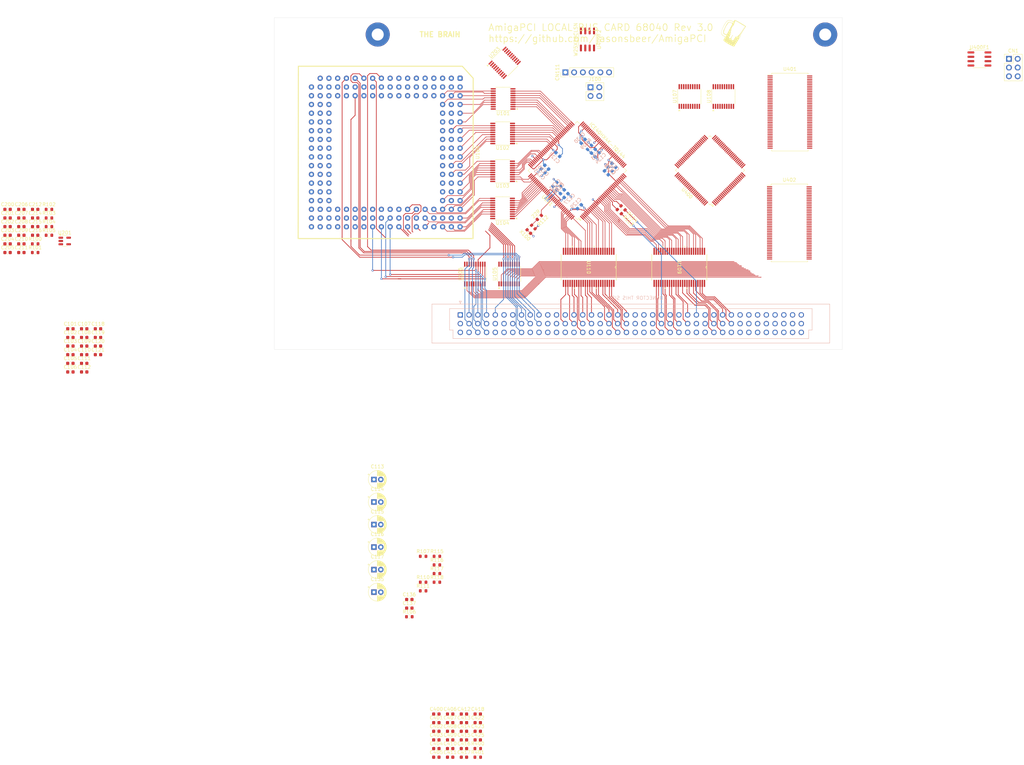
<source format=kicad_pcb>
(kicad_pcb (version 20240108) (generator "pcbnew") (generator_version "8.0")
  (title_block (title "AmigaPCI-040 Local Bus Card") (date "2024-07-10") (rev "3.0"))
  (layers (0 "F.Cu" signal) (1 "In1.Cu" signal) (2 "In2.Cu" signal) (31 "B.Cu" signal) (34 "B.Paste" user) (35 "F.Paste" user) (36 "B.SilkS" user "B.Silkscreen") (37 "F.SilkS" user "F.Silkscreen") (38 "B.Mask" user) (39 "F.Mask" user) (44 "Edge.Cuts" user))
  (net 0 "")
  (net 1 "GND")
  (net 2 "+3V3")
  (net 3 "+5V")
  (net 4 "_LOCKE")
  (net 5 "LVA2")
  (net 6 "+1V2")
  (net 7 "_CPUCONF")
  (net 8 "Net-(U111-GNDPLL1)")
  (net 9 "Net-(U111-VCCPLL1)")
  (net 10 "Net-(U111-GNDPLL0)")
  (net 11 "Net-(U111-VCCPLL0)")
  (net 12 "/Fast Memory/U109_SS")
  (net 13 "_RESETOUT")
  (net 14 "/Fast Memory/U109_CRESET")
  (net 15 "/Fast Memory/U109_SDI")
  (net 16 "/Fast Memory/U109_SCK")
  (net 17 "RAMCLK")
  (net 18 "D12")
  (net 19 "D10")
  (net 20 "D15")
  (net 21 "D11")
  (net 22 "D9")
  (net 23 "D7")
  (net 24 "D14")
  (net 25 "D13")
  (net 26 "D8")
  (net 27 "D6")
  (net 28 "D1")
  (net 29 "D2")
  (net 30 "D5")
  (net 31 "D4")
  (net 32 "D3")
  (net 33 "D0")
  (net 34 "D22")
  (net 35 "D20")
  (net 36 "D21")
  (net 37 "D23")
  (net 38 "D31")
  (net 39 "D28")
  (net 40 "D30")
  (net 41 "D29")
  (net 42 "D18")
  (net 43 "D26")
  (net 44 "D19")
  (net 45 "D24")
  (net 46 "D16")
  (net 47 "D17")
  (net 48 "D27")
  (net 49 "D25")
  (net 50 "A5")
  (net 51 "A3")
  (net 52 "A1")
  (net 53 "A4")
  (net 54 "A2")
  (net 55 "A7")
  (net 56 "A6")
  (net 57 "A0")
  (net 58 "A15")
  (net 59 "A14")
  (net 60 "A10")
  (net 61 "A13")
  (net 62 "A11")
  (net 63 "A9")
  (net 64 "A12")
  (net 65 "A16")
  (net 66 "A22")
  (net 67 "A25")
  (net 68 "A19")
  (net 69 "A17")
  (net 70 "A20")
  (net 71 "A18")
  (net 72 "A23")
  (net 73 "A21")
  (net 74 "A31")
  (net 75 "A27")
  (net 76 "A8")
  (net 77 "A28")
  (net 78 "A29")
  (net 79 "A26")
  (net 80 "A30")
  (net 81 "A24")
  (net 82 "TT0")
  (net 83 "UPA1")
  (net 84 "_TCI")
  (net 85 "/CPU/_CDIS")
  (net 86 "TT1")
  (net 87 "/CPU/_MDIS")
  (net 88 "/CPU/TDO")
  (net 89 "UPA0")
  (net 90 "R_W")
  (net 91 "TM1")
  (net 92 "SIZ1")
  (net 93 "TM0")
  (net 94 "SIZ0")
  (net 95 "TM2")
  (net 96 "_TS")
  (net 97 "_TA")
  (net 98 "/CPU/_TIP")
  (net 99 "_LOCK")
  (net 100 "/CPU/SC0")
  (net 101 "_BB")
  (net 102 "_TBI")
  (net 103 "_TEA")
  (net 104 "/CPU/SC1")
  (net 105 "_IPL0")
  (net 106 "/Fast Memory/U109_SDO")
  (net 107 "_RSTOUT")
  (net 108 "_IPL2")
  (net 109 "_BR")
  (net 110 "_IPL1")
  (net 111 "_RESET")
  (net 112 "_BG")
  (net 113 "/Card Connector/U409_SDI")
  (net 114 "/Card Connector/U409_SS")
  (net 115 "EMA0")
  (net 116 "/Card Connector/U409_SCK")
  (net 117 "EMA10")
  (net 118 "EMA6")
  (net 119 "/Card Connector/U409_CRESET")
  (net 120 "/Card Connector/U409_SDO")
  (net 121 "EMA8")
  (net 122 "_UMBE")
  (net 123 "DA8")
  (net 124 "PCLKC")
  (net 125 "_EMCAS")
  (net 126 "_EMRAS")
  (net 127 "DA21")
  (net 128 "DA24")
  (net 129 "DA11")
  (net 130 "EMA1")
  (net 131 "_EM0CS")
  (net 132 "DA31")
  (net 133 "DA28")
  (net 134 "EMA5")
  (net 135 "EMA4")
  (net 136 "DA7")
  (net 137 "EMA11")
  (net 138 "DA14")
  (net 139 "EMCLKE")
  (net 140 "EMA12")
  (net 141 "EMA7")
  (net 142 "DA1")
  (net 143 "DA26")
  (net 144 "DA0")
  (net 145 "EMA9")
  (net 146 "EMA3")
  (net 147 "_UUBE")
  (net 148 "_EMWE")
  (net 149 "EMA2")
  (net 150 "DA30")
  (net 151 "DA23")
  (net 152 "BCLKC")
  (net 153 "DA19")
  (net 154 "DA4")
  (net 155 "DA15")
  (net 156 "_LMBE")
  (net 157 "DA25")
  (net 158 "DA27")
  (net 159 "DA16")
  (net 160 "DA5")
  (net 161 "DA18")
  (net 162 "_LLBE")
  (net 163 "DA22")
  (net 164 "DA9")
  (net 166 "DA20")
  (net 167 "DA3")
  (net 168 "DA29")
  (net 172 "LVA0")
  (net 173 "LVA3")
  (net 174 "LVA1")
  (net 175 "LVA6")
  (net 176 "LVA5")
  (net 177 "LVA4")
  (net 178 "LVA7")
  (net 180 "LVA9")
  (net 181 "LVA12")
  (net 182 "LVA11")
  (net 183 "LVA13")
  (net 184 "LVA14")
  (net 185 "LVA8")
  (net 186 "LVA15")
  (net 187 "LVA10")
  (net 188 "LVA18")
  (net 189 "LVA16")
  (net 190 "LVA17")
  (net 191 "LVA22")
  (net 192 "LVA23")
  (net 193 "LVA20")
  (net 194 "LVA21")
  (net 195 "LVA19")
  (net 196 "LVA26")
  (net 197 "LVA24")
  (net 198 "LVA25")
  (net 199 "LVA31")
  (net 200 "LVA27")
  (net 201 "LVA29")
  (net 202 "LVA30")
  (net 203 "LVA28")
  (net 218 "_INT6")
  (net 220 "_EM1CS")
  (net 226 "DA13")
  (net 227 "DA2")
  (net 228 "SIZ1-3V")
  (net 229 "SIZ0-3V")
  (net 230 "R_W-3V")
  (net 231 "TT0-3V")
  (net 232 "DA6")
  (net 233 "_TS-3V")
  (net 234 "DA17")
  (net 235 "_INT2")
  (net 236 "DA10")
  (net 237 "_LBEN")
  (net 238 "/Card Connector/CLKA")
  (net 239 "/Card Connector/CLKB")
  (net 240 "Net-(X100-OUT)")
  (net 241 "/Card Connector/CLK40")
  (net 242 "Net-(U111-IO3_13B_GBIN7)")
  (net 243 "BCLKA")
  (net 244 "Net-(U111-IO3_14A_GBIN6)")
  (net 245 "PCLKA")
  (net 246 "Net-(U111-IO2_81_GBIN5)")
  (net 247 "BCLKB")
  (net 248 "PCLKB")
  (net 249 "Net-(U111-IO2_82_GBIN4)")
  (net 250 "Net-(U111-IO1_140_GBIN3)")
  (net 251 "Net-(U111-IO1_141_GBIN2)")
  (net 252 "_TA-CPU")
  (net 253 "_TS-CPU")
  (net 254 "D3V3A7")
  (net 255 "D3V3A6")
  (net 256 "D3V3A1")
  (net 257 "D3V3A2")
  (net 258 "D3V3A5")
  (net 259 "D3V3A0")
  (net 260 "D3V3A4")
  (net 261 "D3V3A3")
  (net 262 "D3V3A13")
  (net 263 "D3V3A8")
  (net 264 "D3V3A11")
  (net 265 "D3V3A18")
  (net 266 "D3V3A9")
  (net 267 "D3V3A16")
  (net 268 "D3V3A12")
  (net 269 "D3V3A10")
  (net 270 "D3V3A14")
  (net 271 "D3V3A20")
  (net 272 "D3V3A23")
  (net 273 "D3V3A25")
  (net 274 "D3V3A15")
  (net 275 "D3V3A19")
  (net 276 "D3V3A22")
  (net 277 "D3V3A17")
  (net 278 "D3V3A30")
  (net 279 "D3V3A27")
  (net 280 "D3V3A31")
  (net 281 "D3V3A29")
  (net 282 "D3V3A21")
  (net 283 "D3V3A24")
  (net 284 "D3V3A26")
  (net 285 "D3V3A28")
  (net 286 "D3V3B9")
  (net 287 "D3V3B5")
  (net 288 "BUFDIR")
  (net 289 "D3V3B1")
  (net 290 "D3V3B4")
  (net 291 "D3V3B18")
  (net 292 "_BUFEN")
  (net 293 "D3V3B16")
  (net 294 "D3V3B11")
  (net 295 "D3V3B13")
  (net 296 "D3V3B3")
  (net 297 "DA12")
  (net 298 "D3V3B8")
  (net 299 "D3V3B6")
  (net 300 "D3V3B10")
  (net 301 "D3V3B12")
  (net 302 "D3V3B0")
  (net 303 "D3V3B7")
  (net 304 "D3V3B2")
  (net 305 "D3V3B22")
  (net 306 "D3V3B19")
  (net 307 "D3V3B29")
  (net 308 "D3V3B20")
  (net 309 "D3V3B26")
  (net 310 "D3V3B23")
  (net 311 "D3V3B27")
  (net 312 "D3V3B25")
  (net 313 "D3V3B14")
  (net 314 "D3V3B28")
  (net 315 "D3V3B24")
  (net 316 "D3V3B15")
  (net 317 "D3V3B30")
  (net 318 "D3V3B21")
  (net 319 "D3V3B31")
  (net 320 "D3V3B17")
  (net 321 "CDONE")
  (net 322 "TT1-3V")
  (net 335 "BANK1")
  (net 336 "BANK0")
  (footprint "Capacitor_SMD:C_0603_1608Metric" (layer "F.Cu") (at -31.025 98.42)
    (property "Reference" "C202")
    (property "Value" "0.1uF")
  )
  (footprint "Resistor_SMD:R_0603_1608Metric" (layer "F.Cu") (at 93.71 196.77)
    (property "Reference" "R116")
    (property "Value" "22R")
  )
  (footprint "Capacitor_SMD:C_0603_1608Metric" (layer "F.Cu") (at 85.69 209.32)
    (property "Reference" "C137")
    (property "Value" "0.1uF")
  )
  (footprint "Capacitor_THT:CP_Radial_D5.0mm_P2.00mm" (layer "F.Cu") (at 75.409775 185.03)
    (property "Reference" "C115")
    (property "Value" "47uF")
  )
  (footprint "Capacitor_SMD:C_0603_1608Metric" (layer "F.Cu") (at 105.57 245.13)
    (property "Reference" "C423")
    (property "Value" "0.1uF")
  )
  (footprint "Capacitor_THT:CP_Radial_D5.0mm_P2.00mm" (layer "F.Cu") (at 75.409775 178.48)
    (property "Reference" "C114")
    (property "Value" "47uF")
  )
  (footprint "AmigaPCI:TSOP-II-86" (layer "F.Cu") (at 196.25 65.13)
    (property "Reference" "U401")
    (property "Value" "SDRAM(16Mx32)")
  )
  (footprint "Resistor_SMD:R_0603_1608Metric" (layer "F.Cu") (at 89.7 194.26)
    (property "Reference" "R107")
    (property "Value" "10k")
  )
  (footprint "Capacitor_SMD:C_0603_1608Metric" (layer "F.Cu") (at 97.55 250.15)
    (property "Reference" "C410")
    (property "Value" "0.1uF")
  )
  (footprint "Capacitor_SMD:C_0603_1608Metric" (layer "F.Cu") (at -27.015 100.93)
    (property "Reference" "C209")
    (property "Value" "0.1uF")
  )
  (footprint "Capacitor_SMD:C_0603_1608Metric" (layer "F.Cu") (at 93.54 247.64)
    (property "Reference" "C403")
    (property "Value" "0.1uF")
  )
  (footprint "Capacitor_SMD:C_0603_1608Metric" (layer "F.Cu") (at -23.005 98.42)
    (property "Reference" "C215")
    (property "Value" "0.1uF")
  )
  (footprint "Resistor_SMD:R_0603_1608Metric" (layer "F.Cu") (at 93.71 199.28)
    (property "Reference" "R117")
    (property "Value" "22R")
  )
  (footprint "Capacitor_SMD:C_0603_1608Metric" (layer "F.Cu") (at -8.765 128.12)
    (property "Reference" "C107")
    (property "Value" "0.1uF")
  )
  (footprint "Capacitor_SMD:C_0603_1608Metric" (layer "F.Cu") (at -4.755 133.14)
    (property "Reference" "C120")
    (property "Value" "0.1uF")
  )
  (footprint "Capacitor_SMD:C_0603_1608Metric" (layer "F.Cu") (at -12.775 138.16)
    (property "Reference" "C105")
    (property "Value" "0.1uF")
  )
  (footprint "Capacitor_SMD:C_0603_1608Metric" (layer "F.Cu") (at -12.775 128.12)
    (property "Reference" "C101")
    (property "Value" "0.1uF")
  )
  (footprint "Capacitor_SMD:C_0603_1608Metric" (layer "F.Cu") (at 85.69 206.81)
    (property "Reference" "C136")
    (property "Value" "0.1uF")
  )
  (footprint "Resistor_SMD:R_0603_1608Metric" (layer "F.Cu") (at -18.995 100.93)
    (property "Reference" "R105")
    (property "Value" "2k7")
  )
  (footprint "Capacitor_SMD:C_0603_1608Metric" (layer "F.Cu") (at 101.56 242.62)
    (property "Reference" "C413")
    (property "Value" "0.1uF")
  )
  (footprint "Resistor_SMD:R_0603_1608Metric" (layer "F.Cu") (at 89.7 204.3)
    (property "Reference" "R111")
    (property "Value" "10k")
  )
  (footprint "Capacitor_SMD:C_0603_1608Metric" (layer "F.Cu") (at -23.005 93.4)
    (property "Reference" "C212")
    (property "Value" "0.1uF")
  )
  (footprint "Capacitor_SMD:C_0603_1608Metric" (layer "F.Cu") (at -4.755 128.12)
    (property "Reference" "C118")
    (property "Value" "0.1uF")
  )
  (footprint "Capacitor_SMD:C_0603_1608Metric" (layer "F.Cu") (at -27.015 103.44)
    (property "Reference" "C210")
    (property "Value" "0.1uF")
  )
  (footprint "Connector_PinHeader_2.54mm:PinHeader_2x03_P2.54mm_Vertical" (layer "F.Cu") (at 259.89 49.64)
    (property "Reference" "CN1")
    (property "Value" "SPI")
  )
  (footprint "MountingHole:MountingHole_3.5mm_Pad" (layer "F.Cu") (at 76.51 42.58)
    (property "Reference" "H1")
    (property "Value" "MountingHole_Pad")
  )
  (footprint "Resistor_SMD:R_0603_1608Metric" (layer "F.Cu") (at -18.995 93.4)
    (property "Reference" "R102")
    (property "Value" "2k7")
  )
  (footprint "Capacitor_THT:CP_Radial_D5.0mm_P2.00mm" (layer "F.Cu") (at 75.409775 204.68)
    (property "Reference" "C135")
    (property "Value" "47uF")
  )
  (footprint "Package_SO:TSSOP-20_4.4x6.5mm_P0.65mm" (layer "F.Cu") (at 176.93 60.5975 90)
    (property "Reference" "U108")
    (property "Value" "74LVC245")
  )
  (footprint "Capacitor_SMD:C_0603_1608Metric" (layer "F.Cu") (at 101.56 240.11)
    (property "Reference" "C412")
    (property "Value" "0.1uF")
  )
  (footprint "Capacitor_SMD:C_0603_1608Metric" (layer "F.Cu") (at -8.765 130.63)
    (property "Reference" "C108")
    (property "Value" "0.1uF")
  )
  (footprint "Connector_PinHeader_2.54mm:PinHeader_2x02_P2.54mm_Vertical" (layer "F.Cu") (at 138.34 57.91)
    (property "Reference" "J100")
    (property "Value" "CPU CLOCK")
  )
  (footprint "Capacitor_SMD:C_0603_1608Metric" (layer "F.Cu") (at 97.55 240.11)
    (property "Reference" "C406")
    (property "Value" "0.1uF")
  )
  (footprint "Package_SO:TSSOP-20_4.4x6.5mm_P0.65mm" (layer "F.Cu") (at 104.715 112.2021 90)
    (property "Reference" "U106")
    (property "Value" "74LVC245")
  )
  (footprint "Capacitor_SMD:C_0603_1608Metric" (layer "F.Cu") (at -8.765 140.67)
    (property "Reference" "C112")
    (property "Value" "0.1uF")
  )
  (footprint "AmigaPCI:Mug" (layer "F.Cu") (at 179.32 41.77)
    (property "Reference" "G***" (hide yes))
    (property "Value" "LOGO" (hide yes))
  )
  (footprint "Package_SO:TSSOP-20_4.4x6.5mm_P0.65mm" (layer "F.Cu") (at 167.035 60.5975 90)
    (property "Reference" "U107")
    (property "Value" "74LVC245")
  )
  (footprint "Resistor_SMD:R_0603_1608Metric" (layer "F.Cu") (at 105.57 250.15)
    (property "Reference" "R400")
    (property "Value" "10k")
  )
  (footprint "Capacitor_SMD:C_0603_1608Metric" (layer "F.Cu") (at -8.765 135.65)
    (property "Reference" "C110")
    (property "Value" "0.1uF")
  )
  (footprint "Package_SO:TSSOP-20_4.4x6.5mm_P0.65mm" (layer "F.Cu") (at 112.77 93.14 180)
    (property "Reference" "U104")
    (property "Value" "74LVC245")
  )
  (footprint "Capacitor_SMD:C_0603_1608Metric" (layer "F.Cu") (at 105.57 240.11)
    (property "Reference" "C418")
    (property "Value" "0.1uF")
  )
  (footprint "Package_QFP:LQFP-144_20x20mm_P0.5mm" (layer "F.Cu") (at 134.49 82.12 135)
    (property "Reference" "U111")
    (property "Value" "ICE40HX4K-TQ144")
  )
  (footprint "Capacitor_SMD:C_0603_1608Metric" (layer "F.Cu") (at 101.56 245.13)
    (property "Reference" "C414")
    (property "Value" "0.1uF")
  )
  (footprint "Capacitor_SMD:C_0603_1608Metric" (layer "F.Cu") (at 105.57 247.64)
    (property "Reference" "C425")
    (property "Value" "0.1uF")
  )
  (footprint "Resistor_SMD:R_0603_1608Metric" (layer "F.Cu") (at -23.005 103.44)
    (property "Reference" "R100")
    (property "Value" "2k7")
  )
  (footprint "Capacitor_THT:CP_Radial_D5.0mm_P2.00mm" (layer "F.Cu") (at 75.409775 171.93)
    (property "Reference" "C113")
    (property "Value" "47uF")
  )
  (footprint "Capacitor_SMD:C_0603_1608Metric" (layer "F.Cu") (at -27.015 105.95)
    (property "Reference" "C211")
    (property "Value" "0.1uF")
  )
  (footprint "Capacitor_SMD:C_0603_1608Metric" (layer "F.Cu") (at 97.55 247.64)
    (property "Reference" "C409")
    (property "Value" "0.1uF")
  )
  (footprint "Package_QFP:LQFP-100_14x14mm_P0.5mm" (layer "F.Cu") (at 173.05 82.05 135)
    (property "Reference" "U400")
    (property "Value" "ICE40HX1K-VQ100")
  )
  (footprint "Capacitor_THT:CP_Radial_D5.0mm_P2.00mm" (layer "F.Cu") (at 75.409775 191.58)
    (property "Reference" "C116")
    (property "Value" "47uF")
  )
  (footprint "Resistor_SMD:R_0603_1608Metric" (layer "F.Cu") (at -18.995 98.42)
    (property "Reference" "R104")
    (property "Value" "2k7")
  )
  (footprint "Resistor_SMD:R_0603_1608Metric" (layer "F.Cu") (at 93.71 194.26)
    (property "Reference" "R115")
    (property "Value" "22R")
  )
  (footprint "Capacitor_SMD:C_0603_1608Metric" (layer "F.Cu") (at 93.54 240.11)
    (property "Reference" "C400")
    (property "Value" "0.1uF")
  )
  (footprint "Capacitor_SMD:C_0603_1608Metric" (layer "F.Cu") (at -31.025 93.4)
    (property "Reference" "C200")
    (property "Value" "0.1uF")
  )
  (footprint "Capacitor_SMD:C_0603_1608Metric" (layer "F.Cu") (at 97.55 252.66)
    (property "Reference" "C411")
    (property "Value" "0.1uF")
  )
  (footprint "Package_SO:TSSOP-20_4.4x6.5mm_P0.65mm" (layer "F.Cu") (at 112.9325 61.3 180)
    (property "Reference" "U101")
    (property "Value" "74LVC245")
  )
  (footprint "Capacitor_SMD:C_0603_1608Metric" (layer "F.Cu") (at -27.015 95.91)
    (property "Reference" "C207")
    (property "Value" "0.1uF")
  )
  (footprint "Package_TO_SOT_SMD:SOT-23-5" (layer "F.Cu") (at -14.415 102.595)
    (property "Reference" "U201")
    (property "Value" "74AHC1G09")
  )
  (footprint "Package_SO:TSSOP-20_4.4x6.5mm_P0.65mm" (layer "F.Cu") (at 114.68 112.2021 90)
    (property "Reference" "U105")
    (property "Value" "74LVC245")
  )
  (footprint "Capacitor_SMD:C_0603_1608Metric" (layer "F.Cu") (at -12.775 133.14)
    (property "Reference" "C103")
    (property "Value" "0.1uF")
  )
  (footprint "Package_SO:TSSOP-20_4.4x6.5mm_P0.65mm" (layer "F.Cu") (at 113.38 50.79 45)
    (property "Reference" "U203")
    (property "Value" "74LVC245")
  )
  (footprint "Resistor_SMD:R_0603_1608Metric" (layer "F.Cu") (at -18.995 95.91)
    (property "Reference" "R103")
    (property "Value" "2k7")
  )
  (footprint "Resistor_SMD:R_0603_1608Metric" (layer "F.Cu") (at 123.463363 95.746637 -135)
    (property "Reference" "R112")
    (property "Value" "22R")
  )
  (footprint "Capacitor_SMD:C_0603_1608Metric" (layer "F.Cu") (at 93.54 245.13)
    (property "Reference" "C402")
    (property "Value" "0.1uF")
  )
  (footprint "Capacitor_SMD:C_0603_1608Metric" (layer "F.Cu") (at -23.005 100.93)
    (property "Reference" "C216")
    (property "Value" "0.1uF")
  )
  (footprint "Capacitor_SMD:C_0603_1608Metric" (layer "F.Cu") (at 105.57 242.62)
    (property "Reference" "C422")
    (property "Value" "0.1uF")
  )
  (footprint "Package_SO:SOIC-8_3.9x4.9mm_P1.27mm" (layer "F.Cu") (at 137.445 44.02 -90)
    (property "Reference" "U409F2")
    (property "Value" "W25X20CLSN")
  )
  (footprint "Capacitor_SMD:C_0603_1608Metric" (layer "F.Cu") (at -23.005 95.91)
    (property "Reference" "C214")
    (property "Value" "0.1uF")
  )
  (footprint "Capacitor_THT:CP_Radial_D5.0mm_P2.00mm" (layer "F.Cu") (at 75.409775 198.13)
    (property "Reference" "C117")
    (property "Value" "47uF")
  )
  (footprint "Package_SO:TSSOP-20_4.4x6.5mm_P0.65mm" (layer "F.Cu") (at 112.7825 82.34 180)
    (property "Reference" "U103")
    (property "Value" "74LVC245")
  )
  (footprint "Resistor_SMD:R_0603_1608Metric" (layer "F.Cu") (at 146.696637 94.056637 -45)
    (property "Reference" "R113")
    (property "Value" "22R")
  )
  (footprint "Capacitor_SMD:C_0603_1608Metric" (layer "F.Cu") (at -27.015 98.42)
    (property "Reference" "C208")
    (property "Value" "0.1uF")
  )
  (footprint "Resistor_SMD:R_0603_1608Metric" (layer "F.Cu") (at 85.69 211.83)
    (property "Reference" "R106")
    (property "Value" "10k")
  )
  (footprint "Capacitor_SMD:C_0603_1608Metric" (layer "F.Cu") (at 101.56 250.15)
    (property "Reference" "C416")
    (property "Value" "0.1uF")
  )
  (footprint "Capacitor_SMD:C_0603_1608Metric" (layer "F.Cu") (at 101.56 247.64)
    (property "Reference" "C415")
    (property "Value" "0.1uF")
  )
  (footprint "MountingHole:MountingHole_3.5mm_Pad" (layer "F.Cu") (at 206.51 42.58)
    (property "Reference" "H2")
    (property "Value" "MountingHole_Pad")
  )
  (footprint "Capacitor_SMD:C_0603_1608Metric" (layer "F.Cu") (at 97.55 245.13)
    (property "Reference" "C408")
    (property "Value" "0.1uF")
  )
  (footprint "Connector_PinHeader_2.54mm:PinHeader_1x06_P2.54mm_Vertical" (layer "F.Cu") (at 131.03 53.57 90)
    (property "Reference" "CN111")
    (property "Value" "SPI")
  )
  (footprint "Oscillator:Oscillator_SMD_ECS_2520MV-xxx-xx-4Pin_2.5x2.0mm" (layer "F.Cu") (at 121.063274 99.191421 135)
    (property "Reference" "X100")
    (property "Value" "40MHz")
  )
  (footprint "Package_SO:TSSOP-20_4.4x6.5mm_P0.65mm" (layer "F.Cu") (at 112.8075 71.345 180)
    (property "Reference" "U102")
    (property "Value" "74LVC245")
  )
  (footprint "Capacitor_SMD:C_0603_1608Metric" (layer "F.Cu") (at -12.775 140.67)
    (property "Reference" "C106")
    (property "Value" "0.1uF")
  )
  (footprint "Capacitor_SMD:C_0603_1608Metric" (layer "F.Cu") (at -4.755 130.63)
    (property "Reference" "C119")
    (property "Value" "0.1uF")
  )
  (footprint "Capacitor_SMD:C_0603_1608Metric" (layer "F.Cu") (at 93.54 250.15)
    (property "Reference" "C404")
    (property "Value" "0.1uF")
  )
  (footprint "Capacitor_SMD:C_0603_1608Metric" (layer "F.Cu") (at -12.775 135.65)
    (property "Reference" "C104")
    (property "Value" "0.1uF")
  )
  (footprint "Capacitor_SMD:C_0603_1608Metric" (layer "F.Cu") (at 97.55 242.62)
    (property "Reference" "C407")
    (property "Value" "0.1uF")
  )
  (footprint "Capacitor_SMD:C_0603_1608Metric" (layer "F.Cu") (at 93.54 242.62)
    (property "Reference" "C401")
    (property "Value" "0.1uF")
  )
  (footprint "AmigaPCI:PGA179" (layer "F.Cu") (at 78.85 76.88 90)
    (property "Reference" "U100")
    (property "Value" "MC68040")
  )
  (footprint "Capacitor_SMD:C_0603_1608Metric" (layer "F.Cu") (at -8.765 133.14)
    (property "Reference" "C109")
    (property "Value" "0.1uF")
  )
  (footprint "AmigaPCI:TSOP-II-86" (layer "F.Cu") (at 196.1 97.33)
    (property "Reference" "U402")
    (property "Value" "SDRAM(16Mx32)")
  )
  (footprint "Resistor_SMD:R_0603_1608Metric" (layer "F.Cu") (at 89.7 201.79)
    (property "Reference" "R110")
    (property "Value" "10k")
  )
  (footprint "Resistor_SMD:R_0603_1608Metric" (layer "F.Cu") (at 105.57 252.66)
    (property "Reference" "R401")
    (property "Value" "10k")
  )
  (footprint "Resistor_SMD:R_0603_1608Metric" (layer "F.Cu") (at 147.78 92.98 -45)
    (property "Reference" "R114")
    (property "Value" "22R")
  )
  (footprint "Capacitor_SMD:C_0603_1608Metric" (layer "F.Cu") (at -12.775 130.63)
    (property "Reference" "C102")
    (property "Value" "0.1uF")
  )
  (footprint "Capacitor_SMD:C_0603_1608Metric" (layer "F.Cu") (at -31.025 103.44)
    (property "Reference" "C204")
    (property "Value" "0.1uF")
  )
  (footprint "Capacitor_SMD:C_0603_1608Metric" (layer "F.Cu") (at -31.025 105.95)
    (property "Reference" "C205")
    (property "Value" "0.1uF")
  )
  (footprint "Resistor_SMD:R_0603_1608Metric" (layer "F.Cu") (at 93.71 201.79)
    (property "Reference" "R118")
    (property "Value" "22R")
  )
  (footprint "AmigaPCI:48-BSSOP" (layer "F.Cu") (at 164.1275 110.2545 -90)
    (property "Reference" "U109")
    (property "Value" "SN74LVC16T245DLR")
  )
  (footprint "Capacitor_SMD:C_0603_1608Metric" (layer "F.Cu") (at -31.025 100.93)
    (property "Reference" "C203")
    (property "Value" "0.1uF")
  )
  (footprint "Capacitor_SMD:C_0603_1608Metric" (layer "F.Cu") (at 101.56 252.66)
    (property "Reference" "C417")
    (property "Value" "0.1uF")
  )
  (footprint "Capacitor_SMD:C_0603_1608Metric" (layer "F.Cu") (at -8.765 138.16)
    (property "Reference" "C111")
    (property "Value" "0.1uF")
  )
  (footprint "Capacitor_SMD:C_0603_1608Metric" (layer "F.Cu") (at 93.54 252.66)
    (property "Reference" "C405")
    (property "Value" "0.1uF")
  )
  (footprint "Package_SO:SOIC-8_3.9x4.9mm_P1.27mm" (layer "F.Cu") (at 251.315 49.685)
    (property "Reference" "U400F1")
    (property "Value" "W25X20CLSN")
  )
  (footprint "AmigaPCI:48-BSSOP" (layer "F.Cu") (at 137.79 110.2545 -90)
    (property "Reference" "U110")
    (property "Value" "SN74LVC16T245DLR")
  )
  (footprint "Capacitor_SMD:C_0603_1608Metric" (layer "F.Cu") (at -31.025 95.91)
    (property "Reference" "C201")
    (property "Value" "0.1uF")
  )
  (footprint "Capacitor_SMD:C_0603_1608Metric" (layer "F.Cu") (at -27.015 93.4)
    (property "Reference" "C206")
    (property "Value" "0.1uF")
  )
  (footprint "Resistor_SMD:R_0603_1608Metric" (layer "F.Cu") (at -23.005 105.95)
    (property "Reference" "R101")
    (property "Value" "2k7")
  )
  (footprint "Capacitor_SMD:C_0603_1608Metric" (layer "F.Cu") (at -4.755 135.65)
    (property "Reference" "C121")
    (property "Value" "0.1uF")
  )
  (footprint "Capacitor_SMD:C_0603_1608Metric" (layer "B.Cu") (at 124.521992 82.221992 -45)
    (property "Reference" "C123")
    (property "Value" "0.1uF")
  )
  (footprint "Capacitor_SMD:C_0603_1608Metric" (layer "B.Cu") (at 130.141992 88.288008 -135)
    (property "Reference" "C131")
    (property "Value" "0.1uF")
  )
  (footprint "Capacitor_SMD:C_0603_1608Metric" (layer "B.Cu") (at 128.83 77.47 -45)
    (property "Reference" "C122")
    (property "Value" "0.1uF")
  )
  (footprint "Capacitor_SMD:C_0603_1608Metric" (layer "B.Cu") (at 140.248008 77.571992 45)
    (property "Reference" "C134")
    (property "Value" "10uF")
  )
  (footprint "Capacitor_SMD:C_0603_1608Metric" (layer "B.Cu") (at 144.038008 81.678008 135)
    (property "Reference" "C124")
    (property "Value" "0.1uF")
  )
  (footprint "Capacitor_SMD:C_0603_1608Metric" (layer "B.Cu") (at 125.601992 81.141992 -45)
    (property "Reference" "C126")
    (property "Value" "0.1uF")
  )
  (footprint "AmigaPCI:DIN41612_R_3x40_Male_Vertical_THT" (layer "B.Cu") (at 100.51 124.08 -90)
    (property "Reference" "CN100" (hide yes))
    (property "Value" "DIN41612_03x40")
  )
  (footprint "Capacitor_SMD:C_0603_1608Metric" (layer "B.Cu") (at 131.236637 89.393363 45)
    (property "Reference" "C127")
    (property "Value" "0.1uF")
  )
  (footprint "Capacitor_SMD:C_0603_1608Metric" (layer "B.Cu") (at 135.1 92.63 -135)
    (property "Reference" "C129")
    (property "Value" "0.1uF")
  )
  (footprint "Capacitor_SMD:C_0603_1608Metric" (layer "B.Cu") (at 142.948008 82.778008 135)
    (property "Reference" "C125")
    (property "Value" "0.1uF")
  )
  (footprint "Capacitor_SMD:C_0603_1608Metric" (layer "B.Cu") (at 145.121992 80.601992 -45)
    (property "Reference" "C128")
    (property "Value" "0.1uF")
  )
  (footprint "Capacitor_SMD:C_0603_1608Metric" (layer "B.Cu") (at 136.184008 73.619992 -135)
    (property "Reference" "C130")
    (property "Value" "0.1uF")
  )
  (footprint "Capacitor_SMD:C_0603_1608Metric" (layer "B.Cu") (at 139.138008 76.481992 45)
    (property "Reference" "C133")
    (property "Value" "0.1uF")
  )
  (footprint "Resistor_SMD:R_0603_1608Metric" (layer "B.Cu") (at 127.971992 86.098008 45)
    (property "Reference" "R108")
    (property "Value" "100R")
  )
  (footprint "Resistor_SMD:R_0603_1608Metric" (layer "B.Cu") (at 138.043363 75.386637 -135)
    (property "Reference" "R109")
    (property "Value" "100R")
  )
  (footprint "Capacitor_SMD:C_0603_1608Metric" (layer "B.Cu") (at 129.061992 87.198008 -135)
    (property "Reference" "C132")
    (property "Value" "10uF")
  )
  (gr_rect (start 46.494 37.642) (end 211.494 134.112) (stroke (width 0.05)) (fill none) (layer "Edge.Cuts"))
  (gr_text "CONNECTOR THIS SIDE!" (at 160.52 119.76 0) (layer "B.SilkS") (effects (font (size 1 1) (thickness 0.1)) (justify left bottom mirror)))
  (gr_text "AmigaPCI LOCAL BUS CARD 68040 Rev 3.0\nhttps://github.com/jasonsbeer/AmigaPCI" (at 108.53 44.92 0) (layer "F.SilkS") (effects (font (size 2 2) (thickness 0.2)) (justify left bottom)))
  (gr_text "THE BRAIN" (at 88.51 43.44 0) (layer "F.SilkS") (effects (font (size 1.5 1.5) (thickness 0.3) (bold yes)) (justify left bottom)))
  (segment (start 122.25 99.05) (end 123.12 98.18) (width 0.2) (layer "F.Cu") (net 1))
  (segment (start 132.76 93.39) (end 132.84 93.47) (width 0.2) (layer "F.Cu") (net 1))
  (segment (start 135.69 70.61) (end 135.746952 70.61) (width 0.2) (layer "F.Cu") (net 1))
  (segment (start 140.08407 91.60407) (end 139.04 90.56) (width 0.2) (layer "F.Cu") (net 1))
  (segment (start 140.438536 72.989484) (end 140.438536 72.991464) (width 0.2) (layer "F.Cu") (net 1))
  (segment (start 136.373348 93.62) (end 135.82 93.62) (width 0.2) (layer "F.Cu") (net 1))
  (segment (start 140.084982 91.60407) (end 140.08407 91.60407) (width 0.2) (layer "F.Cu") (net 1))
  (segment (start 129.085872 74.654128) (end 129.085872 73.533892) (width 0.2) (layer "F.Cu") (net 1))
  (segment (start 137.256555 94.432497) (end 137.185845 94.432497) (width 0.2) (layer "F.Cu") (net 1))
  (segment (start 132.84 93.47) (end 135.67 93.47) (width 0.2) (layer "F.Cu") (net 1))
  (segment (start 140.438536 91.250516) (end 140.084982 91.60407) (width 0.2) (layer "F.Cu") (net 1))
  (segment (start 129.085872 73.533892) (end 128.541464 72.989484) (width 0.2) (layer "F.Cu") (net 1))
  (segment (start 137.185845 94.432497) (end 136.373348 93.62) (width 0.2) (layer "F.Cu") (net 1))
  (segment (start 135.67 93.47) (end 135.82 93.62) (width 0.2) (layer "F.Cu") (net 1))
  (segment (start 140.438536 72.991464) (end 139.41 74.02) (width 0.2) (layer "F.Cu") (net 1))
  (segment (start 128.895018 91.604982) (end 127.82 92.68) (width 0.2) (layer "F.Cu") (net 1))
  (segment (start 128.895018 91.60407) (end 128.895018 91.604982) (width 0.2) (layer "F.Cu") (net 1))
  (segment (start 135.746952 70.61) (end 136.903002 69.45395) (width 0.2) (layer "F.Cu") (net 1))
  (segment (start 131.723445 94.432497) (end 131.723445 94.426555) (width 0.2) (layer "F.Cu") (net 1))
  (segment (start 122.531057 78.999891) (end 122.529891 78.999891) (width 0.2) (layer "F.Cu") (net 1))
  (segment (start 131.723445 94.426555) (end 132.76 93.39) (width 0.2) (layer "F.Cu") (net 1))
  (segment (start 122.23 99.05) (end 122.25 99.05) (width 0.2) (layer "F.Cu") (net 1))
  (segment (start 122.529891 78.999891) (end 121.44 77.91) (width 0.2) (layer "F.Cu") (net 1))
  (via (at 139.04 90.56) (size 0.6) (drill 0.3) (layers "F.Cu" "B.Cu") (net 1))
  (via (at 135.69 70.61) (size 0.6) (drill 0.3) (layers "F.Cu" "B.Cu") (net 1))
  (via (at 121.44 77.91) (size 0.6) (drill 0.3) (layers "F.Cu" "B.Cu") (net 1))
  (via (at 123.12 98.18) (size 0.6) (drill 0.3) (layers "F.Cu" "B.Cu") (net 1))
  (via (at 142.61 80.28) (size 0.6) (drill 0.3) (layers "F.Cu" "B.Cu") (net 1))
  (via (at 127.82 92.68) (size 0.6) (drill 0.3) (layers "F.Cu" "B.Cu") (net 1))
  (via (at 139.41 74.02) (size 0.6) (drill 0.3) (layers "F.Cu" "B.Cu") (net 1))
  (via (at 132.76 93.39) (size 0.6) (drill 0.3) (layers "F.Cu" "B.Cu") (net 1))
  (via (at 132.69 89.75) (size 0.6) (drill 0.3) (layers "F.Cu" "B.Cu") (net 1))
  (via (at 129.085872 74.654128) (size 0.6) (drill 0.3) (layers "F.Cu" "B.Cu") (net 1))
  (via (at 124.16 83.67) (size 0.6) (drill 0.3) (layers "F.Cu" "B.Cu") (net 1))
  (segment (start 130.19 77.206016) (end 130.19 75.758256) (width 0.2) (layer "B.Cu") (net 1))
  (segment (start 143.49 81.13) (end 143.46 81.13) (width 0.2) (layer "B.Cu") (net 1))
  (segment (start 143.49 81.14) (end 142.4 82.23) (width 0.2) (layer "B.Cu") (net 1))
  (segment (start 135.636 74.168) (end 135.29 73.822) (width 0.2) (layer "B.Cu") (net 1))
  (segment (start 135.29 71.01) (end 135.69 70.61) (width 0.2) (layer "B.Cu") (net 1))
  (segment (start 143.51 81.15) (end 143.49 81.13) (width 0.2) (layer "B.Cu") (net 1))
  (segment (start 125.06 82.77) (end 124.16 83.67) (width 0.2) (layer "B.Cu") (net 1))
  (segment (start 131.77 88.81) (end 131.82 88.81) (width 0.2) (layer "B.Cu") (net 1))
  (segment (start 143.49 81.13) (end 143.49 81.14) (width 0.2) (layer "B.Cu") (net 1))
  (segment (start 130.19 75.758256) (end 129.085872 74.654128) (width 0.2) (layer "B.Cu") (net 1))
  (segment (start 131.784645 88.845355) (end 131.785355 88.845355) (width 0.2) (layer "B.Cu") (net 1))
  (segment (start 126.15 81.69) (end 125.07 82.77) (width 0.2) (layer "B.Cu") (net 1))
  (segment (start 135.29 73.822) (end 135.29 71.01) (width 0.2) (layer "B.Cu") (net 1))
  (segment (start 129.378008 78.018008) (end 130.19 77.206016) (width 0.2) (layer "B.Cu") (net 1))
  (segment (start 145.67 81.15) (end 143.51 81.15) (width 0.2) (layer "B.Cu") (net 1))
  (segment (start 125.07 82.77) (end 125.06 82.77) (width 0.2) (layer "B.Cu") (net 1))
  (segment (start 131.785355 88.845355) (end 132.69 89.75) (width 0.2) (layer "B.Cu") (net 1))
  (segment (start 143.46 81.13) (end 142.61 80.28) (width 0.2) (layer "B.Cu") (net 1))
  (segment (start 134.551992 93.178008) (end 132.971992 93.178008) (width 0.2) (layer "B.Cu") (net 1))
  (segment (start 132.971992 93.178008) (end 132.76 93.39) (width 0.2) (layer "B.Cu") (net 1))
  (segment (start 137.598943 94.078943) (end 136.55 93.03) (width 0.2) (layer "F.Cu") (net 2))
  (segment (start 128.541464 91.250516) (end 129.085871 90.706109) (width 0.2) (layer "F.Cu") (net 2))
  (segment (start 120.921853 100.36) (end 121.761637 101.199784) (width 0.15) (layer "F.Cu") (net 2))
  (segment (start 126.792563 87.692563) (end 126.442563 87.692563) (width 0.2) (layer "F.Cu") (net 2))
  (segment (start 141.145643 73.69659) (end 139.404233 75.438) (width 0.2) (layer "F.Cu") (net 2))
  (segment (start 119.896548 99.332842) (end 120.921853 100.358147) (width 0.15) (layer "F.Cu") (net 2))
  (segment (start 134.874 69.596) (end 134.874 71.12) (width 0.2) (layer "F.Cu") (net 2))
  (segment (start 123.591717 77.939231) (end 123.591717 77.941717) (width 0.2) (layer "F.Cu") (net 2))
  (segment (start 143.55 83.048272) (end 143.55 79.07) (width 0.2) (layer "F.Cu") (net 2))
  (segment (start 127.480804 74.050144) (end 128.67 75.23934) (width 0.2) (layer "F.Cu") (net 2))
  (segment (start 121.97 81.62) (end 124.62 78.97) (width 0.2) (layer "F.Cu") (net 2))
  (segment (start 134.874 71.12) (end 135.89 72.136) (width 0.2) (layer "F.Cu") (net 2))
  (segment (start 138.176 75.438) (end 135.89 73.152) (width 0.2) (layer "F.Cu") (net 2))
  (segment (start 123.591717 77.941717) (end 124.62 78.97) (width 0.2) (layer "F.Cu") (net 2))
  (segment (start 129.84 90.78) (end 129.84 90.74) (width 0.2) (layer "F.Cu") (net 2))
  (segment (start 126.442563 87.692563) (end 125.713037 88.422089) (width 0.2) (layer "F.Cu") (net 2))
  (segment (start 134.874 69.361632) (end 134.874 69.596) (width 0.2) (layer "F.Cu") (net 2))
  (segment (start 129.645 90.545) (end 129.18 90.08) (width 0.2) (layer "F.Cu") (net 2))
  (segment (start 135.89 73.152) (end 135.89 72.136) (width 0.2) (layer "F.Cu") (net 2))
  (segment (start 120.76329 80.767658) (end 121.615632 81.62) (width 0.2) (layer "F.Cu") (net 2))
  (segment (start 128.67 75.92) (end 125.62 78.97) (width 0.2) (layer "F.Cu") (net 2))
  (segment (start 125.62 78.97) (end 124.62 78.97) (width 0.2) (layer "F.Cu") (net 2))
  (segment (start 135.842342 68.39329) (end 134.874 69.361632) (width 0.2) (layer "F.Cu") (net 2))
  (segment (start 139.404233 75.438) (end 138.176 75.438) (width 0.2) (layer "F.Cu") (net 2))
  (segment (start 129.84 90.74) (end 129.645 90.545) (width 0.2) (layer "F.Cu") (net 2))
  (segment (start 137.610109 94.078943) (end 137.598943 94.078943) (width 0.2) (layer "F.Cu") (net 2))
  (segment (start 128.67 75.23934) (end 128.67 75.92) (width 0.2) (layer "F.Cu") (net 2))
  (segment (start 129.085871 90.706109) (end 129.766109 90.706109) (width 0.2) (layer "F.Cu") (net 2))
  (segment (start 121.615632 81.62) (end 121.97 81.62) (width 0.2) (layer "F.Cu") (net 2))
  (segment (start 129.766109 90.706109) (end 129.84 90.78) (width 0.2) (layer "F.Cu") (net 2))
  (segment (start 145.034322 77.585678) (end 143.55 79.07) (width 0.2) (layer "F.Cu") (net 2))
  (segment (start 129.18 90.08) (end 126.792563 87.692563) (width 0.2) (layer "F.Cu") (net 2))
  (segment (start 146.09539 85.593662) (end 143.55 83.048272) (width 0.2) (layer "F.Cu") (net 2))
  (via (at 135.89 72.136) (size 0.6) (drill 0.3) (layers "F.Cu" "B.Cu") (net 2))
  (via (at 129.84 90.78) (size 0.6) (drill 0.3) (layers "F.Cu" "B.Cu") (net 2))
  (via (at 143.55 79.07) (size 0.6) (drill 0.3) (layers "F.Cu" "B.Cu") (net 2))
  (via (at 136.55 93.03) (size 0.6) (drill 0.3) (layers "F.Cu" "B.Cu") (net 2))
  (via (at 124.62 78.97) (size 0.6) (drill 0.3) (layers "F.Cu" "B.Cu") (net 2))
  (via (at 121.761637 101.199784) (size 0.6) (drill 0.3) (layers "F.Cu" "B.Cu") (net 2))
  (segment (start 130.678629 89.941371) (end 129.84 90.78) (width 0.2) (layer "B.Cu") (net 2))
  (segment (start 143.55 79.07) (end 143.59 79.07) (width 0.2) (layer "B.Cu") (net 2))
  (segment (start 130.688629 89.941371) (end 130.678629 89.941371) (width 0.2) (layer "B.Cu") (net 2))
  (segment (start 135.89 72.136) (end 135.89 72.229968) (width 0.2) (layer "B.Cu") (net 2))
  (segment (start 124.62 80.16) (end 125.053984 80.593984) (width 0.2) (layer "B.Cu") (net 2))
  (segment (start 135.89 72.229968) (end 136.732016 73.071984) (width 0.2) (layer "B.Cu") (net 2))
  (segment (start 124.62 78.97) (end 124.62 80.16) (width 0.2) (layer "B.Cu") (net 2))
  (segment (start 143.59 79.07) (end 144.573984 80.053984) (width 0.2) (layer "B.Cu") (net 2))
  (segment (start 136.55 92.983984) (end 135.648008 92.081992) (width 0.2) (layer "B.Cu") (net 2))
  (segment (start 136.55 93.03) (end 136.55 92.983984) (width 0.2) (layer "B.Cu") (net 2))
  (segment (start 106.34 116.71) (end 106.96 117.33) (width 0.15) (layer "F.Cu") (net 5))
  (segment (start 118.524264 117.33) (end 124.574264 111.28) (width 0.15) (layer "F.Cu") (net 5))
  (segment (start 124.574264 111.28) (end 184.66 111.28) (width 0.15) (layer "F.Cu") (net 5))
  (segment (start 106.34 115.0646) (end 106.34 116.71) (width 0.15) (layer "F.Cu") (net 5))
  (segment (start 106.96 117.33) (end 118.524264 117.33) (width 0.15) (layer "F.Cu") (net 5))
  (segment (start 126.420804 75.110804) (end 127.48 76.17) (width 0.2) (layer "F.Cu") (net 6))
  (segment (start 123.04 82.61) (end 121.470551 84.179449) (width 0.2) (layer "F.Cu") (net 6))
  (segment (start 121.470551 84.179449) (end 121.470396 84.179449) (width 0.2) (layer "F.Cu") (net 6))
  (via (at 137.72 73.92) (size 0.6) (drill 0.3) (layers "F.Cu" "B.Cu") (net 6))
  (via (at 127.48 76.17) (size 0.6) (drill 0.3) (layers "F.Cu" "B.Cu") (net 6))
  (via (at 123.04 82.61) (size 0.6) (drill 0.3) (layers "F.Cu" "B.Cu") (net 6))
  (via (at 127.66 84.62) (size 0.6) (drill 0.3) (layers "F.Cu" "B.Cu") (net 6))
  (segment (start 128.555355 85.514645) (end 128.554645 85.514645) (width 0.2) (layer "B.Cu") (net 6))
  (segment (start 123.973984 81.676016) (end 123.04 82.61) (width 0.2) (layer "B.Cu") (net 6))
  (segment (start 138.603274 74.803274) (end 137.72 73.92) (width 0.2) (layer "B.Cu") (net 6))
  (segment (start 138.626726 74.803274) (end 138.603274 74.803274) (width 0.2) (layer "B.Cu") (net 6))
  (segment (start 128.231992 76.921992) (end 127.48 76.17) (width 0.2) (layer "B.Cu") (net 6))
  (segment (start 123.973984 81.673984) (end 123.973984 81.676016) (width 0.2) (layer "B.Cu") (net 6))
  (segment (start 128.281992 76.921992) (end 128.231992 76.921992) (width 0.2) (layer "B.Cu") (net 6))
  (segment (start 128.554645 85.514645) (end 127.66 84.62) (width 0.2) (layer "B.Cu") (net 6))
  (segment (start 126.153554 90.81) (end 125.93 90.81) (width 0.2) (layer "F.Cu") (net 8))
  (segment (start 127.127251 89.836303) (end 126.153554 90.81) (width 0.2) (layer "F.Cu") (net 8))
  (via (at 125.93 90.81) (size 0.6) (drill 0.3) (layers "F.Cu" "B.Cu") (net 8))
  (segment (start 128.513984 87.756016) (end 129.593984 88.836016) (width 0.2) (layer "B.Cu") (net 8))
  (segment (start 127.94 88.8) (end 127.94 88.32) (width 0.2) (layer "B.Cu") (net 8))
  (segment (start 127.94 88.32) (end 128.513984 87.746016) (width 0.2) (layer "B.Cu") (net 8))
  (segment (start 128.513984 87.746016) (end 128.513984 87.756016) (width 0.2) (layer "B.Cu") (net 8))
  (segment (start 125.93 90.81) (end 127.94 88.8) (width 0.2) (layer "B.Cu") (net 8))
  (segment (start 126.086446 90.17) (end 125.28 90.17) (width 0.2) (layer "F.Cu") (net 9))
  (segment (start 126.773697 89.482749) (end 126.086446 90.17) (width 0.2) (layer "F.Cu") (net 9))
  (via (at 125.28 90.17) (size 0.6) (drill 0.3) (layers "F.Cu" "B.Cu") (net 9))
  (segment (start 127.388629 86.681371) (end 129.578629 86.681371) (width 0.2) (layer "B.Cu") (net 9))
  (segment (start 129.578629 86.681371) (end 129.61 86.65) (width 0.2) (layer "B.Cu") (net 9))
  (segment (start 129.61 86.66) (end 130.69 87.74) (width 0.2) (layer "B.Cu") (net 9))
  (segment (start 127.388629 86.681371) (end 127.388629 88.061371) (width 0.2) (layer "B.Cu") (net 9))
  (segment (start 129.61 86.65) (end 129.61 86.66) (width 0.2) (layer "B.Cu") (net 9))
  (segment (start 127.423984 86.646016) (end 127.423984 86.696016) (width 0.2) (layer "B.Cu") (net 9))
  (segment (start 127.388629 88.061371) (end 125.28 90.17) (width 0.2) (layer "B.Cu") (net 9))
  (segment (start 142.559856 75.130144) (end 141.54 76.15) (width 0.2) (layer "F.Cu") (net 10))
  (segment (start 142.559856 75.110804) (end 142.559856 75.130144) (width 0.2) (layer "F.Cu") (net 10))
  (via (at 141.54 76.15) (size 0.6) (drill 0.3) (layers "F.Cu" "B.Cu") (net 10))
  (segment (start 141.54 76.15) (end 141.54 76.28) (width 0.2) (layer "B.Cu") (net 10))
  (segment (start 140.776016 77.023984) (end 139.686016 75.933984) (width 0.2) (layer "B.Cu") (net 10))
  (segment (start 141.54 76.28) (end 140.796016 77.023984) (width 0.2) (layer "B.Cu") (net 10))
  (segment (start 140.796016 77.023984) (end 140.776016 77.023984) (width 0.2) (layer "B.Cu") (net 10))
  (segment (start 140.41 76.431471) (end 140.41 78.82) (width 0.2) (layer "F.Cu") (net 11))
  (segment (start 141.413554 75.55) (end 141.291471 75.55) (width 0.2) (layer "F.Cu") (net 11))
  (segment (start 141.291471 75.55) (end 140.41 76.431471) (width 0.2) (layer "F.Cu") (net 11))
  (segment (start 142.206303 74.757251) (end 141.413554 75.55) (width 0.2) (layer "F.Cu") (net 11))
  (via (at 140.41 78.82) (size 0.6) (drill 0.3) (layers "F.Cu" "B.Cu") (net 11))
  (segment (start 138.61 77.03) (end 139.7 78.12) (width 0.2) (layer "B.Cu") (net 11))
  (segment (start 138.59 77.03) (end 138.52 77.03) (width 0.2) (layer "B.Cu") (net 11))
  (segment (start 138.59 77.03) (end 138.61 77.03) (width 0.2) (layer "B.Cu") (net 11))
  (segment (start 138.52 77.03) (end 137.46 75.97) (width 0.2) (layer "B.Cu") (net 11))
  (segment (start 140.4 78.82) (end 139.7 78.12) (width 0.2) (layer "B.Cu") (net 11))
  (segment (start 140.41 78.82) (end 140.4 78.82) (width 0.2) (layer "B.Cu") (net 11))
  (segment (start 106.905 71.685) (end 100.44 78.15) (width 0.15) (layer "F.Cu") (net 18))
  (segment (start 109.9475 71.685) (end 106.905 71.685) (width 0.15) (layer "F.Cu") (net 18))
  (segment (start 103.125 70.385) (end 100.44 73.07) (width 0.15) (layer "F.Cu") (net 19))
  (segment (start 109.9475 70.385) (end 103.125 70.385) (width 0.15) (layer "F.Cu") (net 19))
  (segment (start 100.44 85.77) (end 106.145 80.065) (width 0.15) (layer "F.Cu") (net 20))
  (segment (start 106.145 80.065) (end 109.92 80.065) (width 0.15) (layer "F.Cu") (net 20))
  (segment (start 109.9475 71.035) (end 105.015 71.035) (width 0.15) (layer "F.Cu") (net 21))
  (segment (start 105.015 71.035) (end 100.44 75.61) (width 0.15) (layer "F.Cu") (net 21))
  (segment (start 109.9475 69.735) (end 101.235 69.735) (width 0.15) (layer "F.Cu") (net 22))
  (segment (start 101.235 69.735) (end 100.44 70.53) (width 0.15) (layer "F.Cu") (net 22))
  (segment (start 110.07 62.925) (end 107.120528 62.925) (width 0.15) (layer "F.Cu") (net 23))
  (segment (start 107.120528 62.925) (end 102.055528 67.99) (width 0.15) (layer "F.Cu") (net 23))
  (segment (start 102.055528 67.99) (end 101.27 67.99) (width 0.15) (layer "F.Cu") (net 23))
  (segment (start 101.27 67.99) (end 100.44 67.99) (width 0.15) (layer "F.Cu") (net 23))
  (segment (start 105.385 79.415) (end 109.92 79.415) (width 0.15) (layer "F.Cu") (net 24))
  (segment (start 100.44 83.23) (end 101.57 83.23) (width 0.15) (layer "F.Cu") (net 24))
  (segment (start 101.57 83.23) (end 105.385 79.415) (width 0.15) (layer "F.Cu") (net 24))
  (segment (start 100.44 80.69) (end 108.145 72.985) (width 0.15) (layer "F.Cu") (net 25))
  (segment (start 108.145 72.985) (end 109.9475 72.985) (width 0.15) (layer "F.Cu") (net 25))
  (segment (start 99.345 69.085) (end 98.525 69.905) (width 0.15) (layer "F.Cu") (net 26))
  (segment (start 98.525 69.905) (end 99.2 69.23) (width 0.15) (layer "F.Cu") (net 26))
  (segment (start 109.9475 69.085) (end 99.345 69.085) (width 0.15) (layer "F.Cu") (net 26))
  (segment (start 97.9 70.53) (end 98.525 69.905) (width 0.15) (layer "F.Cu") (net 26))
  (segment (start 104.171264 65.45) (end 102.18 65.45) (width 0.15) (layer "F.Cu") (net 27))
  (segment (start 100.44 65.45) (end 102.18 65.45) (width 0.15) (layer "F.Cu") (net 27))
  (segment (start 110.07 62.275) (end 107.346264 62.275) (width 0.15) (layer "F.Cu") (net 27))
  (segment (start 107.346264 62.275) (end 104.171264 65.45) (width 0.15) (layer "F.Cu") (net 27))
  (segment (start 97.9 60.37) (end 98.97 59.3) (width 0.15) (layer "F.Cu") (net 28))
  (segment (start 110.07 59.675) (end 107.465 59.675) (width 0.15) (layer "F.Cu") (net 28))
  (segment (start 107.465 59.675) (end 107.09 59.3) (width 0.15) (layer "F.Cu") (net 28))
  (segment (start 98.97 59.3) (end 107.09 59.3) (width 0.15) (layer "F.Cu") (net 28))
  (segment (start 107.113 61.357) (end 96.913 61.357) (width 0.15) (layer "F.Cu") (net 29))
  (segment (start 107.495 60.975) (end 107.113 61.357) (width 0.15) (layer "F.Cu") (net 29))
  (segment (start 110.07 60.975) (end 107.495 60.975) (width 0.15) (layer "F.Cu") (net 29))
  (segment (start 96.913 61.357) (end 95.36 62.91) (width 0.15) (layer "F.Cu") (net 29))
  (segment (start 110.038 61.657) (end 110.07 61.625) (width 0.15) (layer "F.Cu") (net 30))
  (segment (start 106.287 62.91) (end 107.54 61.657) (width 0.15) (layer "F.Cu") (net 30))
  (segment (start 107.54 61.657) (end 110.038 61.657) (width 0.15) (layer "F.Cu") (net 30))
  (segment (start 100.44 62.91) (end 106.287 62.91) (width 0.15) (layer "F.Cu") (net 30))
  (segment (start 100.44 60.37) (end 110.025 60.37) (width 0.15) (layer "F.Cu") (net 31))
  (segment (start 110.025 60.37) (end 110.07 60.325) (width 0.15) (layer "F.Cu") (net 31))
  (segment (start 95.36 60.37) (end 96.73 59) (width 0.15) (layer "F.Cu") (net 33))
  (segment (start 96.73 59) (end 110.045 59) (width 0.15) (layer "F.Cu") (net 33))
  (segment (start 110.045 59) (end 110.07 59.025) (width 0.15) (layer "F.Cu") (net 33))
  (segment (start 104.3 88.810093) (end 100.800093 92.31) (width 0.15) (layer "F.Cu") (net 34))
  (segment (start 98.98 92.31) (end 97.9 93.39) (width 0.15) (layer "F.Cu") (net 34))
  (segment (start 100.800093 92.31) (end 98.98 92.31) (width 0.15) (layer "F.Cu") (net 34))
  (segment (start 109.92 83.315) (end 105.01632 83.315) (width 0.15) (layer "F.Cu") (net 34))
  (segment (start 104.3 84.03132) (end 104.3 88.810093) (width 0.15) (layer "F.Cu") (net 34))
  (segment (start 105.01632 83.315) (end 104.3 84.03132) (width 0.15) (layer "F.Cu") (net 34))
  (segment (start 104.6 89.23) (end 100.44 93.39) (width 0.15) (layer "F.Cu") (net 35))
  (segment (start 104.6 84.99) (end 104.6 89.23) (width 0.15) (layer "F.Cu") (net 35))
  (segment (start 105.625 83.965) (end 104.6 84.99) (width 0.15) (layer "F.Cu") (net 35))
  (segment (start 109.92 83.965) (end 105.625 83.965) (width 0.15) (layer "F.Cu") (net 35))
  (segment (start 106.915736 91.515) (end 102.500736 95.93) (width 0.15) (layer "F.Cu") (net 36))
  (segment (start 109.9075 91.515) (end 106.915736 91.515) (width 0.15) (layer "F.Cu") (net 36))
  (segment (start 102.500736 95.93) (end 100.44 95.93) (width 0.15) (layer "F.Cu") (net 36))
  (segment (start 103.4 87.4) (end 101.39 89.41) (width 0.15) (layer "F.Cu") (net 37))
  (segment (start 103.4 83.658528) (end 103.4 87.4) (width 0.15) (layer "F.Cu") (net 37))
  (segment (start 96.8 89.41) (end 95.36 90.85) (width 0.15) (layer "F.Cu") (net 37))
  (segment (start 105.693528 81.365) (end 103.4 83.658528) (width 0.15) (layer "F.Cu") (net 37))
  (segment (start 109.92 81.365) (end 105.693528 81.365) (width 0.15) (layer "F.Cu") (net 37))
  (segment (start 101.39 89.41) (end 96.8 89.41) (width 0.15) (layer "F.Cu") (net 37))
  (segment (start 93.957 97.333) (end 92.82 98.47) (width 0.15) (layer "F.Cu") (net 38))
  (segment (start 109.9075 92.815) (end 106.464264 92.815) (width 0.15) (layer "F.Cu") (net 38))
  (segment (start 106.464264 92.815) (end 101.946264 97.333) (width 0.15) (layer "F.Cu") (net 38))
  (segment (start 101.946264 97.333) (end 93.957 97.333) (width 0.15) (layer "F.Cu") (net 38))
  (segment (start 101.751528 99.757) (end 106.743528 94.765) (width 0.15) (layer "F.Cu") (net 39))
  (segment (start 95.36 98.47) (end 96.647 99.757) (width 0.15) (layer "F.Cu") (net 39))
  (segment (start 96.647 99.757) (end 101.751528 99.757) (width 0.15) (layer "F.Cu") (net 39))
  (segment (start 106.743528 94.765) (end 109.9075 94.765) (width 0.15) (layer "F.Cu") (net 39))
  (segment (start 101.822 97.033) (end 106.69 92.165) (width 0.15) (layer "F.Cu") (net 40))
  (segment (start 91.383 97.033) (end 90.28 95.93) (width 0.15) (layer "F.Cu") (net 40))
  (segment (start 99.78 97.033) (end 91.383 97.033) (width 0.15) (layer "F.Cu") (net 40))
  (segment (start 99.78 97.033) (end 101.822 97.033) (width 0.15) (layer "F.Cu") (net 40))
  (segment (start 109.9075 92.165) (end 106.69 92.165) (width 0.15) (layer "F.Cu") (net 40))
  (segment (start 105.899264 90.865) (end 109.9075 90.865) (width 0.15) (layer "F.Cu") (net 41))
  (segment (start 102.087264 94.677) (end 105.899264 90.865) (width 0.15) (layer "F.Cu") (net 41))
  (segment (start 91.567 94.677) (end 102.087264 94.677) (width 0.15) (layer "F.Cu") (net 41))
  (segment (start 90.28 93.39) (end 91.567 94.677) (width 0.15) (layer "F.Cu") (net 41))
  (segment (start 102 82.01) (end 99.12 82.01) (width 0.15) (layer "F.Cu") (net 42))
  (segment (start 103.25 78.304264) (end 103.25 80.76) (width 0.15) (layer "F.Cu") (net 42))
  (segment (start 109.9475 73.635) (end 107.919264 73.635) (width 0.15) (layer "F.Cu") (net 42))
  (segment (start 107.919264 73.635) (end 103.25 78.304264) (width 0.15) (layer "F.Cu") (net 42))
  (segment (start 103.25 80.76) (end 102 82.01) (width 0.15) (layer "F.Cu") (net 42))
  (segment (start 99.12 82.01) (end 97.9 83.23) (width 0.15) (layer "F.Cu") (net 42))
  (segment (start 106.969264 94.115) (end 109.9075 94.115) (width 0.15) (layer "F.Cu") (net 43))
  (segment (start 97.9 98.47) (end 98.887 99.457) (width 0.15) (layer "F.Cu") (net 43))
  (segment (start 101.627264 99.457) (end 106.969264 94.115) (width 0.15) (layer "F.Cu") (net 43))
  (segment (start 98.887 99.457) (end 101.627264 99.457) (width 0.15) (layer "F.Cu") (net 43))
  (segment (start 103.7 87.59) (end 100.44 90.85) (width 0.15) (layer "F.Cu") (net 44))
  (segment (start 109.92 82.015) (end 105.467792 82.015) (width 0.15) (layer "F.Cu") (net 44))
  (segment (start 105.467792 82.015) (end 103.7 83.782792) (width 0.15) (layer "F.Cu") (net 44))
  (segment (start 103.7 83.782792) (end 103.7 87.59) (width 0.15) (layer "F.Cu") (net 44))
  (segment (start 107.195 93.465) (end 109.9075 93.465) (width 0.15) (layer "F.Cu") (net 45))
  (segment (start 102.19 98.47) (end 107.195 93.465) (width 0.15) (layer "F.Cu") (net 45))
  (segment (start 100.44 98.47) (end 102.19 98.47) (width 0.15) (layer "F.Cu") (net 45))
  (segment (start 100.86 79.44) (end 99.15 79.44) (width 0.15) (layer "F.Cu") (net 46))
  (segment (start 107.965 72.335) (end 100.86 79.44) (width 0.15) (layer "F.Cu") (net 46))
  (segment (start 109.9475 72.335) (end 107.965 72.335) (width 0.15) (layer "F.Cu") (net 46))
  (segment (start 99.15 79.44) (end 97.9 80.69) (width 0.15) (layer "F.Cu") (net 46))
  (segment (start 105.919264 80.715) (end 103.1 83.534264) (width 0.15) (layer "F.Cu") (net 47))
  (segment (start 109.92 80.715) (end 105.919264 80.715) (width 0.15) (layer "F.Cu") (net 47))
  (segment (start 103.1 85.65) (end 100.44 88.31) (width 0.15) (layer "F.Cu") (net 47))
  (segment (start 103.1 83.534264) (end 103.1 85.65) (width 0.15) (layer "F.Cu") (net 47))
  (segment (start 101.963 94.377) (end 106.125 90.215) (width 0.15) (layer "F.Cu") (net 48))
  (segment (start 106.125 90.215) (end 109.9075 90.215) (width 0.15) (layer "F.Cu") (net 48))
  (segment (start 92.82 93.39) (end 93.807 94.377) (width 0.15) (layer "F.Cu") (net 48))
  (segment (start 93.807 94.377) (end 101.963 94.377) (width 0.15) (layer "F.Cu") (net 48))
  (segment (start 96.74 92.01) (end 95.36 93.39) (width 0.15) (layer "F.Cu") (net 49))
  (segment (start 100.675829 92.01) (end 96.74 92.01) (width 0.15) (layer "F.Cu") (net 49))
  (segment (start 109.92 82.665) (end 105.242056 82.665) (width 0.15) (layer "F.Cu") (net 49))
  (segment (start 105.242056 82.665) (end 104 83.907056) (width 0.15) (layer "F.Cu") (net 49))
  (segment (start 104 83.907056) (end 104 88.685829) (width 0.15) (layer "F.Cu") (net 49))
  (segment (start 104 88.685829) (end 100.675829 92.01) (width 0.15) (layer "F.Cu") (net 49))
  (segment (start 109.051372 98.5) (end 109.695686 99.144314) (width 0.2) (layer "F.Cu") (net 50))
  (segment (start 114.35 107.82) (end 114.35 109.3346) (width 0.2) (layer "F.Cu") (net 50))
  (segment (start 114.06 103.508629) (end 114.35 103.798629) (width 0.2) (layer "F.Cu") (net 50))
  (segment (start 85.2 99.46) (end 86.15 100.41) (width 0.2) (layer "F.Cu") (net 50))
  (segment (start 114.35 103.798629) (end 114.35 107.82) (width 0.2) (layer "F.Cu") (net 50))
  (segment (start 85.2 98.47) (end 85.2 99.46) (width 0.2) (layer "F.Cu") (net 50))
  (segment (start 114.06 103.508628) (end 114.06 103.508629) (width 0.2) (layer "F.Cu") (net 50))
  (segment (start 114.35 109.3346) (end 114.355 109.3396) (width 0.2) (layer "F.Cu") (net 50))
  (segment (start 113.201371 102.65) (end 114.06 103.508628) (width 0.2) (layer "F.Cu") (net 50))
  (segment (start 109.695686 99.144314) (end 113.201371 102.65) (width 0.2) (layer "F.Cu") (net 50))
  (via (at 114.35 107.82) (size 0.6) (drill 0.3) (layers "F.Cu" "B.Cu") (net 50))
  (segment (start 117.125 125.455) (end 117.125 124.21) (width 0.2) (layer "B.Cu") (net 50))
  (segment (start 118.29 126.62) (end 117.125 125.455) (width 0.2) (layer "B.Cu") (net 50))
  (segment (start 117.125 124.21) (end 117.125 121.629314) (width 0.2) (layer "B.Cu") (net 50))
  (segment (start 114.35 118.854315) (end 114.35 107.82) (width 0.2) (layer "B.Cu") (net 50))
  (segment (start 116.890685 121.395) (end 114.35 118.854315) (width 0.2) (layer "B.Cu") (net 50))
  (segment (start 117.125 121.629314) (end 116.890685 121.395) (width 0.2) (layer "B.Cu") (net 50))
  (segment (start 106.34 109.3396) (end 106.34 112.34) (width 0.2) (layer "F.Cu") (net 51))
  (segment (start 106.34 112.34) (end 80.16 112.34) (width 0.2) (layer "F.Cu") (net 51))
  (via (at 80.16 112.34) (size 0.6) (drill 0.3) (layers "F.Cu" "B.Cu") (net 51))
  (via (at 106.34 112.34) (size 0.6) (drill 0.3) (layers "F.Cu" "B.Cu") (net 51))
  (segment (start 106.34 114.795) (end 106.565 115.02) (width 0.2) (layer "B.Cu") (net 51))
  (segment (start 106.565 127.595) (end 108.13 129.16) (width 0.2) (layer "B.Cu") (net 51))
  (segment (start 80.16 112.34) (end 80.12 112.3) (width 0.2) (layer "B.Cu") (net 51))
  (segment (start 106.34 112.34) (end 106.34 114.795) (width 0.2) (layer "B.Cu") (net 51))
  (segment (start 106.565 115.02) (end 106.565 127.595) (width 0.2) (layer "B.Cu") (net 51))
  (segment (start 80.12 112.3) (end 80.12 98.47) (width 0.2) (layer "B.Cu") (net 51))
  (segment (start 107.64 109.3396) (end 107.64 113.6) (width 0.2) (layer "F.Cu") (net 52))
  (segment (start 107.64 113.6) (end 83.2 113.6) (width 0.2) (layer "F.Cu") (net 52))
  (segment (start 77.6 113.6) (end 83.2 113.6) (width 0.2) (layer "F.Cu") (net 52))
  (segment (start 83.2 113.6) (end 82.45 113.6) (width 0.2) (layer "F.Cu") (net 52))
  (via (at 77.6 113.6) (size 0.6) (drill 0.3) (layers "F.Cu" "B.Cu") (net 52))
  (via (at 107.64 113.6) (size 0.6) (drill 0.3) (layers "F.Cu" "B.Cu") (net 52))
  (segment (start 77.58 113.58) (end 77.6 113.6) (width 0.2) (layer "B.Cu") (net 52))
  (segment (start 77.58 98.47) (end 77.58 113.58) (width 0.2) (layer "B.Cu") (net 52))
  (segment (start 107.64 113.6) (end 107.64 116.45) (width 0.2) (layer "B.Cu") (net 52))
  (segment (start 108.13 116.94) (end 108.13 124.08) (width 0.2) (layer "B.Cu") (net 52))
  (segment (start 107.64 116.45) (end 108.13 116.94) (width 0.2) (layer "B.Cu") (net 52))
  (segment (start 108.72 99.3) (end 113.06 103.64) (width 0.2) (layer "F.Cu") (net 53))
  (segment (start 113.06 107.81) (end 113.06 109.3346) (width 0.2) (layer "F.Cu") (net 53))
  (segment (start 113.06 103.64) (end 113.06 107.81) (width 0.2) (layer "F.Cu") (net 53))
  (segment (start 82.66 98.47) (end 85.4 101.21) (width 0.2) (layer "F.Cu") (net 53))
  (segment (start 113.06 109.3346) (end 113.055 109.3396) (width 0.2) (layer "F.Cu") (net 53))
  (via (at 113.06 107.81) (size 0.6) (drill 0.3) (layers "F.Cu" "B.Cu") (net 53))
  (segment (start 110.67 124.08) (end 110.67 121.99) (width 0.2) (layer "B.Cu") (net 53))
  (segment (start 113.06 119.6) (end 113.06 107.81) (width 0.2) (layer "B.Cu") (net 53))
  (segment (start 111.48 121.18) (end 113.06 119.6) (width 0.2) (layer "B.Cu") (net 53))
  (segment (start 110.67 121.99) (end 111.48 121.18) (width 0.2) (layer "B.Cu") (net 53))
  (segment (start 78.9 112.94) (end 78.84 113) (width 0.2) (layer "F.Cu") (net 54))
  (segment (start 107 109.3296) (end 106.99 109.3396) (width 0.2) (layer "F.Cu") (net 54))
  (segment (start 106.99 112.94) (end 78.9 112.94) (width 0.2) (layer "F.Cu") (net 54))
  (segment (start 106.99 109.3396) (end 106.99 112.94) (width 0.2) (layer "F.Cu") (net 54))
  (via (at 78.84 113) (size 0.6) (drill 0.3) (layers "F.Cu" "B.Cu") (net 54))
  (via (at 106.99 112.94) (size 0.6) (drill 0.3) (layers "F.Cu" "B.Cu") (net 54))
  (segment (start 78.84 113) (end 78.84 97.21) (width 0.2) (layer "B.Cu") (net 54))
  (segment (start 78.84 97.21) (end 80.12 95.93) (width 0.2) (layer "B.Cu") (net 54))
  (segment (start 108.13 126.62) (end 106.965 125.455) (width 0.2) (layer "B.Cu") (net 54))
  (segment (start 106.965 125.455) (end 106.965 112.965) (width 0.2) (layer "B.Cu") (net 54))
  (segment (start 106.965 112.965) (end 106.99 112.94) (width 0.2) (layer "B.Cu") (net 54))
  (segment (start 87.74 98.47) (end 88.88 99.61) (width 0.2) (layer "F.Cu") (net 55))
  (segment (start 115.65 103.967256) (end 115.65 107.82) (width 0.2) (layer "F.Cu") (net 55))
  (segment (start 109.382744 97.7) (end 115.65 103.967256) (width 0.2) (layer "F.Cu") (net 55))
  (segment (start 115.65 107.82) (end 115.65 109.3346) (width 0.2) (layer "F.Cu") (net 55))
  (segment (start 115.65 109.3346) (end 115.655 109.3396) (width 0.2) (layer "F.Cu") (net 55))
  (via (at 115.65 107.82) (size 0.6) (drill 0.3) (layers "F.Cu" "B.Cu") (net 55))
  (segment (start 120.83 126.62) (end 119.49 125.28) (width 0.2) (layer "B.Cu") (net 55))
  (segment (start 115.65 119.022944) (end 115.65 107.82) (width 0.2) (layer "B.Cu") (net 55))
  (segment (start 119.49 122.862944) (end 117.008528 120.381472) (width 0.2) (layer "B.Cu") (net 55))
  (segment (start 119.49 124.46) (end 119.49 122.862944) (width 0.2) (layer "B.Cu") (net 55))
  (segment (start 117.008528 120.381472) (end 115.65 119.022944) (width 0.2) (layer "B.Cu") (net 55))
  (segment (start 119.49 125.28) (end 119.49 124.46) (width 0.2) (layer "B.Cu") (net 55))
  (segment (start 86.515 99.795) (end 86.515 95.455) (width 0.2) (layer "F.Cu") (net 56))
  (segment (start 89.09 92.44) (end 88.71 92.06) (width 0.2) (layer "F.Cu") (net 56))
  (segment (start 88.71 92.06) (end 86.53 92.06) (width 0.2) (layer "F.Cu") (net 56))
  (segment (start 89.09 93.87) (end 89.09 92.44) (width 0.2) (layer "F.Cu") (net 56))
  (segment (start 87.27 94.7) (end 88.26 94.7) (width 0.2) (layer "F.Cu") (net 56))
  (segment (start 115.01 107.19) (end 115.01 107.41) (width 0.2) (layer "F.Cu") (net 56))
  (segment (start 115.01 103.892942) (end 109.217058 98.1) (width 0.2) (layer "F.Cu") (net 56))
  (segment (start 115.01 107.19) (end 115.01 103.892942) (width 0.2) (layer "F.Cu") (net 56))
  (segment (start 88.26 94.7) (end 89.09 93.87) (width 0.2) (layer "F.Cu") (net 56))
  (segment (start 115.01 107.41) (end 115.005 107.415) (width 0.2) (layer "F.Cu") (net 56))
  (segment (start 86.515 95.455) (end 87.27 94.7) (width 0.2) (layer "F.Cu") (net 56))
  (segment (start 115.005 107.415) (end 115.005 109.3396) (width 0.2) (layer "F.Cu") (net 56))
  (segment (start 86.53 92.06) (end 85.2 93.39) (width 0.2) (layer "F.Cu") (net 56))
  (segment (start 86.73 100.01) (end 86.515 99.795) (width 0.2) (layer "F.Cu") (net 56))
  (via (at 115.01 107.19) (size 0.6) (drill 0.3) (layers "F.Cu" "B.Cu") (net 56))
  (segment (start 118.29 124.08) (end 118.29 122.22863) (width 0.2) (layer "B.Cu") (net 56))
  (segment (start 115.01 118.94863) (end 115.01 107.19) (width 0.2) (layer "B.Cu") (net 56))
  (segment (start 117.05637 120.995) (end 115.01 118.94863) (width 0.2) (layer "B.Cu") (net 56))
  (segment (start 118.29 122.22863) (end 117.05637 120.995) (width 0.2) (layer "B.Cu") (net 56))
  (segment (start 105.04 111.11) (end 105.05 111.12) (width 0.2) (layer "F.Cu") (net 57))
  (segment (start 105.04 109.3396) (end 105.04 111.11) (width 0.2) (layer "F.Cu") (net 57))
  (segment (start 105.01 111.16) (end 75.04 111.16) (width 0.2) (layer "F.Cu") (net 57))
  (segment (start 105.05 111.12) (end 105.01 111.16) (width 0.2) (layer "F.Cu") (net 57))
  (via (at 75.04 111.16) (size 0.6) (drill 0.3) (layers "F.Cu" "B.Cu") (net 57))
  (via (at 105.05 111.12) (size 0.6) (drill 0.3) (layers "F.Cu" "B.Cu") (net 57))
  (segment (start 104.425 125.455) (end 105.59 126.62) (width 0.2) (layer "B.Cu") (net 57))
  (segment (start 75.04 111.16) (end 75.04 98.47) (width 0.2) (layer "B.Cu") (net 57))
  (segment (start 105.05 120.975) (end 104.425 121.6) (width 0.2) (layer "B.Cu") (net 57))
  (segment (start 105.05 111.12) (end 105.05 120.975) (width 0.2) (layer "B.Cu") (net 57))
  (segment (start 104.425 121.6) (end 104.425 125.455) (width 0.2) (layer "B.Cu") (net 57))
  (segment (start 104.39 107.82) (end 104.39 106.791471) (width 0.2) (layer "F.Cu") (net 58))
  (segment (start 103.494265 105.895735) (end 104.37 106.771471) (width 0.2) (layer "F.Cu") (net 58))
  (segment (start 104.39 106.791471) (end 104.37 106.771471) (width 0.2) (layer "F.Cu") (net 58))
  (segment (start 103.413529 105.815) (end 103.494265 105.895735) (width 0.2) (layer "F.Cu") (net 58))
  (segment (start 74.17 53.93) (end 76.22 53.93) (width 0.2) (layer "F.Cu") (net 58))
  (segment (start 76.22 53.93) (end 77.58 55.29) (width 0.2) (layer "F.Cu") (net 58))
  (segment (start 73.562 104.241314) (end 73.562 54.538) (width 0.2) (layer "F.Cu") (net 58))
  (segment (start 104.39 109.3396) (end 104.39 107.82) (width 0.2) (layer "F.Cu") (net 58))
  (segment (start 104.37 109.3196) (end 104.39 109.3396) (width 0.2) (layer "F.Cu") (net 58))
  (segment (start 103.494265 105.895735) (end 102.847844 105.249314) (width 0.2) (layer "F.Cu") (net 58))
  (segment (start 74.57 105.249314) (end 73.562 104.241314) (width 0.2) (layer "F.Cu") (net 58))
  (segment (start 73.562 54.538) (end 74.17 53.93) (width 0.2) (layer "F.Cu") (net 58))
  (segment (start 102.847844 105.249314) (end 74.57 105.249314) (width 0.2) (layer "F.Cu") (net 58))
  (via (at 104.39 107.82) (size 0.6) (drill 0.3) (layers "F.Cu" "B.Cu") (net 58))
  (segment (start 104.39 107.82) (end 104.39 110.319314) (width 0.2) (layer "B.Cu") (net 58))
  (segment (start 104.025 110.684314) (end 104.025 127.595) (width 0.2) (layer "B.Cu") (net 58))
  (segment (start 104.025 127.595) (end 105.59 129.16) (width 0.2) (layer "B.Cu") (net 58))
  (segment (start 104.39 110.319314) (end 104.025 110.684314) (width 0.2) (layer "B.Cu") (net 58))
  (segment (start 109.1 101) (end 109.1 104.6) (width 0.2) (layer "F.Cu") (net 59))
  (segment (start 107.8 99.7) (end 109.1 101) (width 0.2) (layer "F.Cu") (net 59))
  (segment (start 105.69 108.01) (end 105.69 109.3396) (width 0.2) (layer "F.Cu") (net 59))
  (segment (start 76.11 98.99) (end 78.73 101.61) (width 0.2) (layer "F.Cu") (net 59))
  (segment (start 109.1 104.6) (end 105.69 108.01) (width 0.2) (layer "F.Cu") (net 59))
  (segment (start 105.66 109.3096) (end 105.69 109.3396) (width 0.2) (layer "F.Cu") (net 59))
  (segment (start 76.102 56.352) (end 76.11 98.99) (width 0.2) (layer "F.Cu") (net 59))
  (segment (start 105.69 109.3396) (end 105.69 111.74) (width 0.2) (layer "F.Cu") (net 59))
  (segment (start 75.04 55.29) (end 76.102 56.352) (width 0.2) (layer "F.Cu") (net 59))
  (via (at 105.69 111.74) (size 0.6) (drill 0.3) (layers "F.Cu" "B.Cu") (net 59))
  (segment (start 105.59 116.47) (end 105.59 124.08) (width 0.2) (layer "B.Cu") (net 59))
  (segment (start 105.69 111.74) (end 105.69 116.37) (width 0.2) (layer "B.Cu") (net 59))
  (segment (start 105.69 116.37) (end 105.59 116.47) (width 0.2) (layer "B.Cu") (net 59))
  (segment (start 71.284314 107.31) (end 98.38 107.31) (width 0.2) (layer "F.Cu") (net 60))
  (segment (start 66.18 102.205686) (end 71.284314 107.31) (width 0.2) (layer "F.Cu") (net 60))
  (segment (start 66.18 101.43) (end 66.18 102.205686) (width 0.2) (layer "F.Cu") (net 60))
  (segment (start 116.97 107.8) (end 116.97 109.3246) (width 0.2) (layer "F.Cu") (net 60))
  (segment (start 66.18 58.04) (end 66.18 101.43) (width 0.2) (layer "F.Cu") (net 60))
  (segment (start 66.18 56.53) (end 66.18 58.04) (width 0.2) (layer "F.Cu") (net 60))
  (segment (start 116.97 109.3246) (end 116.955 109.3396) (width 0.2) (layer "F.Cu") (net 60))
  (segment (start 67.42 55.29) (end 66.18 56.53) (width 0.2) (layer "F.Cu") (net 60))
  (via (at 116.97 107.8) (size 0.6) (drill 0.3) (layers "F.Cu" "B.Cu") (net 60))
  (via (at 98.38 107.31) (size 0.6) (drill 0.3) (layers "F.Cu" "B.Cu") (net 60))
  (segment (start 122.08 125.33) (end 122.08 124.4) (width 0.2) (layer "B.Cu") (net 60))
  (segment (start 116.548529 106.59) (end 101.81 106.59) (width 0.2) (layer "B.Cu") (net 60))
  (segment (start 117.67 118.63) (end 116.97 117.93) (width 0.2) (layer "B.Cu") (net 60))
  (segment (start 122.08 123.04) (end 117.67 118.63) (width 0.2) (layer "B.Cu") (net 60))
  (segment (start 101.09 107.31) (end 101.81 106.59) (width 0.2) (layer "B.Cu") (net 60))
  (segment (start 122.08 124.4) (end 122.08 123.04) (width 0.2) (layer "B.Cu") (net 60))
  (segment (start 116.97 117.93) (end 116.97 107.8) (width 0.2) (layer "B.Cu") (net 60))
  (segment (start 116.97 107.8) (end 116.97 107.011471) (width 0.2) (layer "B.Cu") (net 60))
  (segment (start 116.97 107.011471) (end 116.548529 106.59) (width 0.2) (layer "B.Cu") (net 60))
  (segment (start 123.37 126.62) (end 122.08 125.33) (width 0.2) (layer "B.Cu") (net 60))
  (segment (start 98.38 107.31) (end 101.09 107.31) (width 0.2) (layer "B.Cu") (net 60))
  (segment (start 102.019314 106.049314) (end 103.09 107.12) (width 0.2) (layer "F.Cu") (net 61))
  (segment (start 71.022 57.082) (end 70.49 56.55) (width 0.2) (layer "F.Cu") (net 61))
  (segment (start 103.09 109.3396) (end 103.09 107.82) (width 0.2) (layer "F.Cu") (net 61))
  (segment (start 103.09 107.12) (end 103.09 107.82) (width 0.2) (layer "F.Cu") (net 61))
  (segment (start 70.49 56.55) (end 69.26 56.55) (width 0.2) (layer "F.Cu") (net 61))
  (segment (start 103.08 109.3296) (end 103.09 109.3396) (width 0.2) (layer "F.Cu") (net 61))
  (segment (start 71.19 53.98) (end 72.5 55.29) (width 0.2) (layer "F.Cu") (net 61))
  (segment (start 100.83 106.049314) (end 102.019314 106.049314) (width 0.2) (layer "F.Cu") (net 61))
  (segment (start 71.022 104.621999) (end 71.022 57.082) (width 0.2) (layer "F.Cu") (net 61))
  (segment (start 100.83 106.049314) (end 72.449315 106.049314) (width 0.2) (layer "F.Cu") (net 61))
  (segment (start 68.7 55.99) (end 68.7 54.6) (width 0.2) (layer "F.Cu") (net 61))
  (segment (start 69.26 56.55) (end 68.7 55.99) (width 0.2) (layer "F.Cu") (net 61))
  (segment (start 68.7 54.6) (end 69.32 53.98) (width 0.2) (layer "F.Cu") (net 61))
  (segment (start 69.32 53.98) (end 71.19 53.98) (width 0.2) (layer "F.Cu") (net 61))
  (segment (start 72.449315 106.049314) (end 71.022 104.621999) (width 0.2) (layer "F.Cu") (net 61))
  (via (at 103.09 107.82) (size 0.6) (drill 0.3) (layers "F.Cu" "B.Cu") (net 61))
  (segment (start 103.09 107.82) (end 103.09 109.55) (width 0.2) (layer "B.Cu") (net 61))
  (segment (start 101.83 110.81) (end 101.83 125.4) (width 0.2) (layer "B.Cu") (net 61))
  (segment (start 103.09 109.55) (end 101.83 110.81) (width 0.2) (layer "B.Cu") (net 61))
  (segment (start 101.83 125.4) (end 103.05 126.62) (width 0.2) (layer "B.Cu") (net 61))
  (segment (start 117.605 107.235) (end 117.62 107.22) (width 0.2) (layer "F.Cu") (net 62))
  (segment (start 68.73 67.28) (end 68.73 102.56) (width 0.2) (layer "F.Cu") (net 62))
  (segment (start 68.73 104.19) (end 71.04 106.5) (width 0.2) (layer "F.Cu") (net 62))
  (segment (start 71.24 106.7) (end 97.15 106.7) (width 0.2) (layer "F.Cu") (net 62))
  (segment (start 69.96 60.37) (end 69.96 66.05) (width 0.2) (layer "F.Cu") (net 62))
  (segment (start 117.605 109.3396) (end 117.605 107.235) (width 0.2) (layer "F.Cu") (net 62))
  (segment (start 71.04 106.5) (end 71.24 106.7) (width 0.2) (layer "F.Cu") (net 62))
  (segment (start 69.96 66.05) (end 68.73 67.28) (width 0.2) (layer "F.Cu") (net 62))
  (segment (start 68.73 102.56) (end 68.73 104.19) (width 0.2) (layer "F.Cu") (net 62))
  (via (at 97.15 106.7) (size 0.6) (drill 0.3) (layers "F.Cu" "B.Cu") (net 62))
  (via (at 117.62 107.22) (size 0.6) (drill 0.3) (layers "F.Cu" "B.Cu") (net 62))
  (segment (start 117.62 117.35) (end 117.62 107.22) (width 0.2) (layer "B.Cu") (net 62))
  (segment (start 116.714215 106.19) (end 117.62 107.095785) (width 0.2) (layer "B.Cu") (net 62))
  (segment (start 117.62 107.095785) (end 117.62 107.22) (width 0.2) (layer "B.Cu") (net 62))
  (segment (start 123.37 124.08) (end 123.37 123.1) (width 0.2) (layer "B.Cu") (net 62))
  (segment (start 97.15 106.7) (end 101.03 106.7) (width 0.2) (layer "B.Cu") (net 62))
  (segment (start 123.37 123.1) (end 120.91 120.64) (width 0.2) (layer "B.Cu") (net 62))
  (segment (start 120.91 120.64) (end 117.62 117.35) (width 0.2) (layer "B.Cu") (net 62))
  (segment (start 101.03 106.7) (end 101.54 106.19) (width 0.2) (layer "B.Cu") (net 62))
  (segment (start 101.54 106.19) (end 116.714215 106.19) (width 0.2) (layer "B.Cu") (net 62))
  (segment (start 113.66 107.15) (end 113.7 107.19) (width 0.2) (layer "F.Cu") (net 63))
  (segment (start 83.98 99.224314) (end 85.565686 100.81) (width 0.2) (layer "F.Cu") (net 63))
  (segment (start 108.885686 98.9) (end 113.66 103.674314) (width 0.2) (layer "F.Cu") (net 63))
  (segment (start 113.7 107.19) (end 113.705 107.195) (width 0.2) (layer "F.Cu") (net 63))
  (segment (start 86.52 94.61) (end 84.57 94.61) (width 0.2) (layer "F.Cu") (net 63))
  (segment (start 113.66 103.674314) (end 113.66 107.15) (width 0.2) (layer "F.Cu") (net 63))
  (segment (start 113.705 107.195) (end 113.705 109.3396) (width 0.2) (layer "F.Cu") (net 63))
  (segment (start 84.57 94.61) (end 83.98 95.2) (width 0.2) (layer "F.Cu") (net 63))
  (segment (start 87.74 93.39) (end 86.52 94.61) (width 0.2) (layer "F.Cu") (net 63))
  (segment (start 83.98 95.2) (end 83.98 99.224314) (width 0.2) (layer "F.Cu") (net 63))
  (via (at 113.7 107.19) (size 0.6) (drill 0.3) (layers "F.Cu" "B.Cu") (net 63))
  (segment (start 114.24 119.31) (end 113.7 118.77) (width 0.2) (layer "B.Cu") (net 63))
  (segment (start 113.7 118.77) (end 113.7 107.19) (width 0.2) (layer "B.Cu") (net 63))
  (segment (start 118.29 129.16) (end 116.725 127.595) (width 0.2) (layer "B.Cu") (net 63))
  (segment (start 116.725 127.595) (end 116.725 126.7) (width 0.2) (layer "B.Cu") (net 63))
  (segment (start 116.725 121.795) (end 114.24 119.31) (width 0.2) (layer "B.Cu") (net 63))
  (segment (start 116.725 126.7) (end 116.725 121.795) (width 0.2) (layer "B.Cu") (net 63))
  (segment (start 103.74 107.32) (end 103.74 109.3396) (width 0.2) (layer "F.Cu") (net 64))
  (segment (start 103.74 106.99) (end 103.1 106.35) (width 0.2) (layer "F.Cu") (net 64))
  (segment (start 71.422 104.456314) (end 71.422 56.752) (width 0.2) (layer "F.Cu") (net 64))
  (segment (start 103.74 106.99) (end 103.74 107.32) (width 0.2) (layer "F.Cu") (net 64))
  (segment (start 102.399314 105.649314) (end 72.615 105.649314) (width 0.2) (layer "F.Cu") (net 64))
  (segment (start 71.422 56.752) (end 69.96 55.29) (width 0.2) (layer "F.Cu") (net 64))
  (segment (start 103.1 106.35) (end 102.965 106.215) (width 0.2) (layer "F.Cu") (net 64))
  (segment (start 103.1 106.35) (end 102.399314 105.649314) (width 0.2) (layer "F.Cu") (net 64))
  (segment (start 72.615 105.649314) (end 71.422 104.456314) (width 0.2) (layer "F.Cu") (net 64))
  (via (at 103.74 107.32) (size 0.6) (drill 0.3) (layers "F.Cu" "B.Cu") (net 64))
  (segment (start 103.74 110.14) (end 103.74 107.32) (width 0.2) (layer "B.Cu") (net 64))
  (segment (start 103.05 110.83) (end 103.05 124.08) (width 0.2) (layer "B.Cu") (net 64))
  (segment (start 103.74 110.14) (end 103.05 110.83) (width 0.2) (layer "B.Cu") (net 64))
  (segment (start 109.548429 97.3) (end 116.3 104.051571) (width 0.2) (layer "F.Cu") (net 76))
  (segment (start 116.3 107.19) (end 116.305 107.195) (width 0.2) (layer "F.Cu") (net 76))
  (segment (start 116.305 107.195) (end 116.305 109.3396) (width 0.2) (layer "F.Cu") (net 76))
  (segment (start 90.28 98.47) (end 91.342 97.408) (width 0.2) (layer "F.Cu") (net 76))
  (segment (start 116.3 104.051571) (end 116.3 107.19) (width 0.2) (layer "F.Cu") (net 76))
  (via (at 116.3 107.19) (size 0.6) (drill 0.3) (layers "F.Cu" "B.Cu") (net 76))
  (segment (start 120.83 124.08) (end 120.83 123.22) (width 0.2) (layer "B.Cu") (net 76))
  (segment (start 120.83 123.22) (end 119.37 121.76) (width 0.2) (layer "B.Cu") (net 76))
  (segment (start 119.37 121.76) (end 116.3 118.69) (width 0.2) (layer "B.Cu") (net 76))
  (segment (start 116.3 118.69) (end 116.3 107.19) (width 0.2) (layer "B.Cu") (net 76))
  (segment (start 163.81 118.184315) (end 163.81 114.92175) (width 0.2) (layer "F.Cu") (net 123))
  (segment (start 166.55 120.924315) (end 163.81 118.184315) (width 0.2) (layer "F.Cu") (net 123))
  (segment (start 166.55 124.08) (end 166.55 120.924315) (width 0.2) (layer "F.Cu") (net 123))
  (segment (start 147.28 94.64) (end 150.792819 98.152819) (width 0.2) (layer "F.Cu") (net 124))
  (via (at 150.792819 98.152819) (size 0.6) (drill 0.3) (layers "F.Cu" "B.Cu") (net 124))
  (segment (start 158.93 106.29) (end 150.792819 98.152819) (width 0.2) (layer "B.Cu") (net 124))
  (segment (start 158.93 124.08) (end 158.93 106.29) (width 0.2) (layer "B.Cu") (net 124))
  (segment (start 134.505 127.595) (end 134.505 118.965) (width 0.2) (layer "F.Cu") (net 127))
  (segment (start 134.505 118.965) (end 133.6625 118.1225) (width 0.2) (layer "F.Cu") (net 127))
  (segment (start 136.07 129.16) (end 134.505 127.595) (width 0.2) (layer "F.Cu") (net 127))
  (segment (start 133.6625 118.1225) (end 133.6625 114.92175) (width 0.2) (layer "F.Cu") (net 127))
  (segment (start 131.7575 118.0675) (end 131.7575 114.92175) (width 0.2) (layer "F.Cu") (net 128))
  (segment (start 132.26 118.57) (end 131.7575 118.0675) (width 0.2) (layer "F.Cu") (net 128))
  (segment (start 133.53 126.62) (end 132.26 125.35) (width 0.2) (layer "F.Cu") (net 128))
  (segment (start 132.26 125.35) (end 132.26 118.57) (width 0.2) (layer "F.Cu") (net 128))
  (segment (start 161.905 118.409315) (end 161.905 114.92175) (width 0.2) (layer "F.Cu") (net 129))
  (segment (start 162.610685 119.115) (end 161.905 118.409315) (width 0.2) (layer "F.Cu") (net 129))
  (segment (start 164.01 126.62) (end 162.845 125.455) (width 0.2) (layer "F.Cu") (net 129))
  (segment (start 162.845 125.455) (end 162.845 119.349314) (width 0.2) (layer "F.Cu") (net 129))
  (segment (start 162.845 119.349314) (end 162.610685 119.115) (width 0.2) (layer "F.Cu") (net 129))
  (segment (start 136.07 118.99) (end 135.5675 118.4875) (width 0.2) (layer "F.Cu") (net 132))
  (segment (start 136.07 124.08) (end 136.07 118.99) (width 0.2) (layer "F.Cu") (net 132))
  (segment (start 135.5675 118.4875) (end 135.5675 114.92175) (width 0.2) (layer "F.Cu") (net 132))
  (segment (start 129.71 125.34) (end 129.71 119.59) (width 0.2) (layer "F.Cu") (net 133))
  (segment (start 130.99 126.62) (end 129.71 125.34) (width 0.2) (layer "F.Cu") (net 133))
  (segment (start 131.1225 118.1775) (end 131.1225 114.92175) (width 0.2) (layer "F.Cu") (net 133))
  (segment (start 129.71 119.59) (end 131.1225 118.1775) (width 0.2) (layer "F.Cu") (net 133))
  (segment (start 142.5525 118.0325) (end 142.5525 114.92175) (width 0.2) (layer "F.Cu") (net 138))
  (segment (start 147.205 127.595) (end 147.205 122.685) (width 0.2) (layer "F.Cu") (net 138))
  (segment (start 148.77 129.16) (end 147.205 127.595) (width 0.2) (layer "F.Cu") (net 138))
  (segment (start 147.205 122.685) (end 142.5525 118.0325) (width 0.2) (layer "F.Cu") (net 138))
  (segment (start 175.145 123.125) (end 172.48 120.46) (width 0.2) (layer "F.Cu") (net 142))
  (segment (start 175.145 125.975) (end 175.13 125.96) (width 0.2) (layer "F.Cu") (net 142))
  (segment (start 166.985 117.72) (end 166.985 114.92175) (width 0.2) (layer "F.Cu") (net 142))
  (segment (start 175.13 125.96) (end 175.145 125.945) (width 0.2) (layer "F.Cu") (net 142))
  (segment (start 175.145 127.595) (end 175.145 125.975) (width 0.2) (layer "F.Cu") (net 142))
  (segment (start 176.71 129.16) (end 175.145 127.595) (width 0.2) (layer "F.Cu") (net 142))
  (segment (start 175.145 125.945) (end 175.145 123.125) (width 0.2) (layer "F.Cu") (net 142))
  (segment (start 172.48 120.46) (end 169.725 120.46) (width 0.2) (layer "F.Cu") (net 142))
  (segment (start 169.725 120.46) (end 166.985 117.72) (width 0.2) (layer "F.Cu") (net 142))
  (segment (start 133.53 118.91) (end 133.0275 118.4075) (width 0.2) (layer "F.Cu") (net 143))
  (segment (start 133.0275 118.4075) (end 133.0275 114.92175) (width 0.2) (layer "F.Cu") (net 143))
  (segment (start 133.53 124.08) (end 133.53 118.91) (width 0.2) (layer "F.Cu") (net 143))
  (segment (start 178.085 122.503629) (end 177.850685 122.269315) (width 0.2) (layer "F.Cu") (net 144))
  (segment (start 174.44137 118.86) (end 171.875686 118.86) (width 0.2) (layer "F.Cu") (net 144))
  (segment (start 170.795 117.779314) (end 170.795 114.92175) (width 0.2) (layer "F.Cu") (net 144))
  (segment (start 179.25 123.668629) (end 178.085 122.503629) (width 0.2) (layer "F.Cu") (net 144))
  (segment (start 179.25 124.08) (end 179.25 123.668629) (width 0.2) (layer "F.Cu") (net 144))
  (segment (start 177.850685 122.269315) (end 174.44137 118.86) (width 0.2) (layer "F.Cu") (net 144))
  (segment (start 171.875686 118.86) (end 170.795 117.779314) (width 0.2) (layer "F.Cu") (net 144))
  (segment (start 134.9325 114.92175) (end 134.9325 125.4825) (width 0.2) (layer "F.Cu") (net 150))
  (segment (start 134.9325 125.4825) (end 136.07 126.62) (width 0.2) (layer "F.Cu") (net 150))
  (segment (start 140.0125 118.20113) (end 140.0125 114.92175) (width 0.2) (layer "F.Cu") (net 151))
  (segment (start 146.23 129.16) (end 144.665 127.595) (width 0.2) (layer "F.Cu") (net 151))
  (segment (start 144.665 127.595) (end 144.665 122.85363) (width 0.2) (layer "F.Cu") (net 151))
  (segment (start 144.665 122.85363) (end 140.0125 118.20113) (width 0.2) (layer "F.Cu") (net 151))
  (segment (start 148.363363 93.563363) (end 151.867819 97.067819) (width 0.2) (layer "F.Cu") (net 152))
  (segment (start 151.867819 97.067819) (end 151.877819 97.067819) (width 0.2) (layer "F.Cu") (net 152))
  (via (at 151.877819 97.067819) (size 0.6) (drill 0.3) (layers "F.Cu" "B.Cu") (net 152))
  (segment (start 169.09 124.08) (end 169.09 114.28) (width 0.2) (layer "B.Cu") (net 152))
  (segment (start 169.09 114.28) (end 151.877819 97.067819) (width 0.2) (layer "B.Cu") (net 152))
  (segment (start 145.065 122.687944) (end 140.6475 118.270444) (width 0.2) (layer "F.Cu") (net 153))
  (segment (start 140.6475 118.270444) (end 140.6475 114.92175) (width 0.2) (layer "F.Cu") (net 153))
  (segment (start 145.065 125.455) (end 145.065 122.687944) (width 0.2) (layer "F.Cu") (net 153))
  (segment (start 146.23 126.62) (end 145.065 125.455) (width 0.2) (layer "F.Cu") (net 153))
  (segment (start 170.575 120.06) (end 168.255 117.74) (width 0.2) (layer "F.Cu") (net 154))
  (segment (start 175.545 125.455) (end 175.545 122.959315) (width 0.2) (layer "F.Cu") (net 154))
  (segment (start 174.897843 122.312158) (end 172.645686 120.06) (width 0.2) (layer "F.Cu") (net 154))
  (segment (start 172.645686 120.06) (end 170.575 120.06) (width 0.2) (layer "F.Cu") (net 154))
  (segment (start 168.255 117.74) (end 168.255 114.92175) (width 0.2) (layer "F.Cu") (net 154))
  (segment (start 176.71 126.62) (end 175.545 125.455) (width 0.2) (layer "F.Cu") (net 154))
  (segment (start 175.545 122.959315) (end 174.897843 122.312158) (width 0.2) (layer "F.Cu") (net 154))
  (segment (start 143.8225 118.736814) (end 143.8225 114.92175) (width 0.2) (layer "F.Cu") (net 155))
  (segment (start 147.605 122.519314) (end 143.8225 118.736814) (width 0.2) (layer "F.Cu") (net 155))
  (segment (start 147.605 125.455) (end 147.605 122.519314) (width 0.2) (layer "F.Cu") (net 155))
  (segment (start 148.77 126.62) (end 147.605 125.455) (width 0.2) (layer "F.Cu") (net 155))
  (segment (start 146.23 122.5325) (end 141.9175 118.22) (width 0.2) (layer "F.Cu") (net 157))
  (segment (start 146.23 124.08) (end 146.23 122.5325) (width 0.2) (layer "F.Cu") (net 157))
  (segment (start 141.9175 118.22) (end 141.9175 114.92175) (width 0.2) (layer "F.Cu") (net 157))
  (segment (start 137.35 118.87) (end 137.35 125.36) (width 0.2) (layer "F.Cu") (net 158))
  (segment (start 136.8375 114.92175) (end 136.8375 118.3575) (width 0.2) (layer "F.Cu") (net 158))
  (segment (start 137.35 125.36) (end 138.61 126.62) (width 0.2) (layer "F.Cu") (net 158))
  (segment (start 136.8375 118.3575) (end 137.35 118.87) (width 0.2) (layer "F.Cu") (net 158))
  (segment (start 160.36 118.404315) (end 160 118.044315) (width 0.2) (layer "F.Cu") (net 159))
  (segment (start 160.36 125.51) (end 160.36 118.404315) (width 0.2) (layer "F.Cu") (net 159))
  (segment (start 160 118.044315) (end 160 114.92175) (width 0.2) (layer "F.Cu") (net 159))
  (segment (start 161.47 126.62) (end 160.36 125.51) (width 0.2) (layer "F.Cu") (net 159))
  (segment (start 171.58 121.28) (end 168.68 121.28) (width 0.2) (layer "F.Cu") (net 160))
  (segment (start 165.08 117.68) (end 165.08 114.92175) (width 0.2) (layer "F.Cu") (net 160))
  (segment (start 174.17 129.16) (end 172.66 127.65) (width 0.2) (layer "F.Cu") (net 160))
  (segment (start 168.68 121.28) (end 165.08 117.68) (width 0.2) (layer "F.Cu") (net 160))
  (segment (start 172.66 122.36) (end 171.58 121.28) (width 0.2) (layer "F.Cu") (net 160))
  (segment (start 172.66 127.65) (end 172.66 122.36) (width 0.2) (layer "F.Cu") (net 160))
  (segment (start 158.93 126.62) (end 157.86 125.55) (width 0.2) (layer "F.Cu") (net 161))
  (segment (start 157.86 119.32) (end 158.095 119.085) (width 0.2) (layer "F.Cu") (net 161))
  (segment (start 158.095 119.085) (end 158.095 114.92175) (width 0.2) (layer "F.Cu") (net 161))
  (segment (start 157.86 125.55) (end 157.86 119.32) (width 0.2) (layer "F.Cu") (net 161))
  (segment (start 138.1075 117.4275) (end 138.1075 114.92175) (width 0.2) (layer "F.Cu") (net 163))
  (segment (start 143.69 126.62) (end 142.41 125.34) (width 0.2) (layer "F.Cu") (net 163))
  (segment (start 142.41 125.34) (end 142.41 121.73) (width 0.2) (layer "F.Cu") (net 163))
  (segment (start 142.41 121.73) (end 138.1075 117.4275) (width 0.2) (layer "F.Cu") (net 163))
  (segment (start 165.24 120.18) (end 163.175 118.115) (width 0.2) (layer "F.Cu") (net 164))
  (segment (start 163.175 118.115) (end 163.175 114.92175) (width 0.2) (layer "F.Cu") (net 164))
  (segment (start 165.24 125.31) (end 165.24 120.18) (width 0.2) (layer "F.Cu") (net 164))
  (segment (start 166.55 126.62) (end 165.24 125.31) (width 0.2) (layer "F.Cu") (net 164))
  (segment (start 143.69 124.08) (end 143.69 122.444315) (width 0.2) (layer "F.Cu") (net 166))
  (segment (start 138.7425 117.496815) (end 138.7425 114.92175) (width 0.2) (layer "F.Cu") (net 166))
  (segment (start 143.69 122.444315) (end 138.7425 117.496815) (width 0.2) (layer "F.Cu") (net 166))
  (segment (start 177.685 122.669315) (end 174.275685 119.26) (width 0.2) (layer "F.Cu") (net 167))
  (segment (start 174.275685 119.26) (end 171.71 119.26) (width 0.2) (layer "F.Cu") (net 167))
  (segment (start 179.25 126.62) (end 177.685 125.055) (width 0.2) (layer "F.Cu") (net 167))
  (segment (start 177.685 125.055) (end 177.685 122.669315) (width 0.2) (layer "F.Cu") (net 167))
  (segment (start 170.16 117.71) (end 170.16 114.92175) (width 0.2) (layer "F.Cu") (net 167))
  (segment (start 171.71 119.26) (end 170.16 117.71) (width 0.2) (layer "F.Cu") (net 167))
  (segment (start 138.61 124.08) (end 138.61 119.08) (width 0.2) (layer "F.Cu") (net 168))
  (segment (start 138.61 119.08) (end 137.4725 117.9425) (width 0.2) (layer "F.Cu") (net 168))
  (segment (start 137.4725 117.9425) (end 137.4725 114.92175) (width 0.2) (layer "F.Cu") (net 168))
  (segment (start 104.39 115.0646) (end 104.39 117.38) (width 0.15) (layer "F.Cu") (net 172))
  (segment (start 105.24 118.23) (end 118.897056 118.23) (width 0.15) (layer "F.Cu") (net 172))
  (segment (start 124.947056 112.18) (end 185.7 112.18) (width 0.15) (layer "F.Cu") (net 172))
  (segment (start 118.897056 118.23) (end 124.947056 112.18) (width 0.15) (layer "F.Cu") (net 172))
  (segment (start 104.39 117.38) (end 105.24 118.23) (width 0.15) (layer "F.Cu") (net 172))
  (segment (start 106.48 117.63) (end 118.648528 117.63) (width 0.15) (layer "F.Cu") (net 173))
  (segment (start 105.69 116.84) (end 106.48 117.63) (width 0.15) (layer "F.Cu") (net 173))
  (segment (start 118.648528 117.63) (end 124.698528 111.58) (width 0.15) (layer "F.Cu") (net 173))
  (segment (start 105.69 115.0646) (end 105.69 116.84) (width 0.15) (layer "F.Cu") (net 173))
  (segment (start 124.698528 111.58) (end 184.75 111.58) (width 0.15) (layer "F.Cu") (net 173))
  (segment (start 120.36 115.07) (end 124.45 110.98) (width 0.15) (layer "F.Cu") (net 174))
  (segment (start 106.99 116.31) (end 107.71 117.03) (width 0.15) (layer "F.Cu") (net 174))
  (segment (start 124.45 110.98) (end 124.698528 110.98) (width 0.15) (layer "F.Cu") (net 174))
  (segment (start 107.71 117.03) (end 118.4 117.03) (width 0.15) (layer "F.Cu") (net 174))
  (segment (start 106.99 115.0646) (end 106.99 116.31) (width 0.15) (layer "F.Cu") (net 174))
  (segment (start 124.698528 110.98) (end 184.16 110.98) (width 0.15) (layer "F.Cu") (net 174))
  (segment (start 118.4 117.03) (end 120.36 115.07) (width 0.15) (layer "F.Cu") (net 174))
  (segment (start 114.355 112.795) (end 115.58 111.57) (width 0.15) (layer "F.Cu") (net 175))
  (segment (start 121.73868 111.57) (end 123.82868 109.48) (width 0.15) (layer "F.Cu") (net 175))
  (segment (start 114.355 115.0646) (end 114.355 112.795) (width 0.15) (layer "F.Cu") (net 175))
  (segment (start 115.58 111.57) (end 121.73868 111.57) (width 0.15) (layer "F.Cu") (net 175))
  (segment (start 123.82868 109.48) (end 181.46 109.48) (width 0.15) (layer "F.Cu") (net 175))
  (segment (start 113.705 112.545) (end 114.98 111.27) (width 0.15) (layer "F.Cu") (net 176))
  (segment (start 123.704416 109.18) (end 181.04 109.18) (width 0.15) (layer "F.Cu") (net 176))
  (segment (start 113.705 115.0646) (end 113.705 112.545) (width 0.15) (layer "F.Cu") (net 176))
  (segment (start 114.98 111.27) (end 121.614416 111.27) (width 0.15) (layer "F.Cu") (net 176))
  (segment (start 121.614416 111.27) (end 123.704416 109.18) (width 0.15) (layer "F.Cu") (net 176))
  (segment (start 123.455888 108.58) (end 180.07 108.58) (width 0.15) (layer "F.Cu") (net 177))
  (segment (start 112.405 115.0646) (end 112.405 112.485) (width 0.15) (layer "F.Cu") (net 177))
  (segment (start 121.365888 110.67) (end 123.455888 108.58) (width 0.15) (layer "F.Cu") (net 177))
  (segment (start 114.22 110.67) (end 121.365888 110.67) (width 0.15) (layer "F.Cu") (net 177))
  (segment (start 112.405 112.485) (end 114.22 110.67) (width 0.15) (layer "F.Cu") (net 177))
  (segment (start 121.862944 111.87) (end 123.952944 109.78) (width 0.15) (layer "F.Cu") (net 178))
  (segment (start 115.005 115.0646) (end 115.005 113.125) (width 0.15) (layer "F.Cu") (net 178))
  (segment (start 115.005 113.125) (end 116.26 111.87) (width 0.15) (layer "F.Cu") (net 178))
  (segment (start 123.952944 109.78) (end 182.17 109.78) (width 0.15) (layer "F.Cu") (net 178))
  (segment (start 116.26 111.87) (end 121.862944 111.87) (width 0.15) (layer "F.Cu") (net 178))
  (segment (start 113.055 112.259264) (end 114.344264 110.97) (width 0.15) (layer "F.Cu") (net 180))
  (segment (start 123.580152 108.88) (end 180.74 108.88) (width 0.15) (layer "F.Cu") (net 180))
  (segment (start 121.490152 110.97) (end 123.580152 108.88) (width 0.15) (layer "F.Cu") (net 180))
  (segment (start 114.344264 110.97) (end 121.490152 110.97) (width 0.15) (layer "F.Cu") (net 180))
  (segment (start 113.055 115.0646) (end 113.055 112.259264) (width 0.15) (layer "F.Cu") (net 180))
  (segment (start 119.432792 118.542792) (end 119.242792 118.732792) (width 0.15) (layer "F.Cu") (net 181))
  (segment (start 119.145584 118.83) (end 104.684264 118.83) (width 0.15) (layer "F.Cu") (net 181))
  (segment (start 186.95 112.78) (end 187.05 112.68) (width 0.15) (layer "F.Cu") (net 181))
  (segment (start 119.242792 118.732792) (end 119.145584 118.83) (width 0.15) (layer "F.Cu") (net 181))
  (segment (start 103.09 117.235736) (end 103.09 115.0646) (width 0.15) (layer "F.Cu") (net 181))
  (segment (start 126.56 112.78) (end 186.95 112.78) (width 0.15) (layer "F.Cu") (net 181))
  (segment (start 119.242792 118.732792) (end 125.195584 112.78) (width 0.15) (layer "F.Cu") (net 181))
  (segment (start 125.195584 112.78) (end 126.56 112.78) (width 0.15) (layer "F.Cu") (net 181))
  (segment (start 104.684264 118.83) (end 103.09 117.235736) (width 0.15) (layer "F.Cu") (net 181))
  (segment (start 116.955 113.81) (end 116.955 115.0646) (width 0.15) (layer "F.Cu") (net 182))
  (segment (start 117.995 112.77) (end 116.955 113.81) (width 0.15) (layer "F.Cu") (net 182))
  (segment (start 124.325736 110.68) (end 122.235736 112.77) (width 0.15) (layer "F.Cu") (net 182))
  (segment (start 122.235736 112.77) (end 117.995 112.77) (width 0.15) (layer "F.Cu") (net 182))
  (segment (start 183.42 110.68) (end 124.325736 110.68) (width 0.15) (layer "F.Cu") (net 182))
  (segment (start 123.264924 115.134924) (end 125.259848 113.14) (width 0.15) (layer "F.Cu") (net 183))
  (segment (start 123.264924 115.134924) (end 123.339848 115.06) (width 0.15) (layer "F.Cu") (net 183))
  (segment (start 102.44 115.0646) (end 102.44 117.01) (width 0.15) (layer "F.Cu") (net 183))
  (segment (start 187.83 113.14) (end 187.89 113.08) (width 0.15) (layer "F.Cu") (net 183))
  (segment (start 104.56 119.13) (end 107.97 119.13) (width 0.15) (layer "F.Cu") (net 183))
  (segment (start 107.97 119.13) (end 119.269848 119.13) (width 0.15) (layer "F.Cu") (net 183))
  (segment (start 125.259848 113.14) (end 131.48 113.14) (width 0.15) (layer "F.Cu") (net 183))
  (segment (start 102.44 117.01) (end 103.45 118.02) (width 0.15) (layer "F.Cu") (net 183))
  (segment (start 103.45 118.02) (end 104.56 119.13) (width 0.15) (layer "F.Cu") (net 183))
  (segment (start 131.48 113.14) (end 187.83 113.14) (width 0.15) (layer "F.Cu") (net 183))
  (segment (start 119.269848 119.13) (end 123.264924 115.134924) (width 0.15) (layer "F.Cu") (net 183))
  (segment (start 105.04 117.27) (end 105.7 117.93) (width 0.15) (layer "F.Cu") (net 184))
  (segment (start 105.7 117.93) (end 118.772792 117.93) (width 0.15) (layer "F.Cu") (net 184))
  (segment (start 124.822792 111.88) (end 185.09 111.88) (width 0.15) (layer "F.Cu") (net 184))
  (segment (start 105.04 115.0646) (end 105.04 117.27) (width 0.15) (layer "F.Cu") (net 184))
  (segment (start 118.772792 117.93) (end 124.822792 111.88) (width 0.15) (layer "F.Cu") (net 184))
  (segment (start 124.077208 110.08) (end 121.987208 112.17) (width 0.15) (layer "F.Cu") (net 185))
  (segment (start 115.655 113.225) (end 115.655 115.0646) (width 0.15) (layer "F.Cu") (net 185))
  (segment (start 121.987208 112.17) (end 116.71 112.17) (width 0.15) (layer "F.Cu") (net 185))
  (segment (start 182.24 110.08) (end 124.077208 110.08) (width 0.15) (layer "F.Cu") (net 185))
  (segment (start 116.71 112.17) (end 115.655 113.225) (width 0.15) (layer "F.Cu") (net 185))
  (segment (start 186.15 112.48) (end 125.07132 112.48) (width 0.15) (layer "F.Cu") (net 186))
  (segment (start 103.74 117.461472) (end 103.74 115.0646) (width 0.15) (layer "F.Cu") (net 186))
  (segment (start 125.07132 112.48) (end 119.02132 118.53) (width 0.15) (layer "F.Cu") (net 186))
  (segment (start 104.808528 118.53) (end 103.74 117.461472) (width 0.15) (layer "F.Cu") (net 186))
  (segment (start 119.02132 118.53) (end 104.808528 118.53) (width 0.15) (layer "F.Cu") (net 186))
  (segment (start 124.201472 110.38) (end 182.82 110.38) (width 0.15) (layer "F.Cu") (net 187))
  (segment (start 122.111472 112.47) (end 124.201472 110.38) (width 0.15) (layer "F.Cu") (net 187))
  (segment (start 116.305 115.0646) (end 116.305 113.455) (width 0.15) (layer "F.Cu") (net 187))
  (segment (start 117.29 112.47) (end 122.111472 112.47) (width 0.15) (layer "F.Cu") (net 187))
  (segment (start 116.305 113.455) (end 117.29 112.47) (width 0.15) (layer "F.Cu") (net 187))
  (segment (start 157.46 127.69) (end 158.93 129.16) (width 0.2) (layer "F.Cu") (net 226))
  (segment (start 157.46 114.92175) (end 157.46 127.69) (width 0.2) (layer "F.Cu") (net 226))
  (segment (start 174.11 119.66) (end 171.544314 119.66) (width 0.2) (layer "F.Cu") (net 227))
  (segment (start 176.71 122.26) (end 174.11 119.66) (width 0.2) (layer "F.Cu") (net 227))
  (segment (start 171.544314 119.66) (end 168.89 117.005686) (width 0.2) (layer "F.Cu") (net 227))
  (segment (start 168.89 117.005686) (end 168.89 114.92175) (width 0.2) (layer "F.Cu") (net 227))
  (segment (start 176.71 124.08) (end 176.71 122.26) (width 0.2) (layer "F.Cu") (net 227))
  (segment (start 173.06 122.194315) (end 171.725685 120.86) (width 0.2) (layer "F.Cu") (net 232))
  (segment (start 171.725685 120.86) (end 169.4 120.86) (width 0.2) (layer "F.Cu") (net 232))
  (segment (start 174.17 126.62) (end 173.06 125.51) (width 0.2) (layer "F.Cu") (net 232))
  (segment (start 166.35 117.81) (end 166.35 114.92175) (width 0.2) (layer "F.Cu") (net 232))
  (segment (start 173.06 125.51) (end 173.06 122.194315) (width 0.2) (layer "F.Cu") (net 232))
  (segment (start 169.4 120.86) (end 166.35 117.81) (width 0.2) (layer "F.Cu") (net 232))
  (segment (start 148.77 124.08) (end 148.77 123.03) (width 0.2) (layer "F.Cu") (net 234))
  (segment (start 148.77 123.03) (end 144.4575 118.7175) (width 0.2) (layer "F.Cu") (net 234))
  (segment (start 144.4575 118.7175) (end 144.4575 114.92175) (width 0.2) (layer "F.Cu") (net 234))
  (segment (start 162.445 127.595) (end 164.01 129.16) (width 0.2) (layer "F.Cu") (net 236))
  (segment (start 162.445 119.515) (end 162.445 127.595) (width 0.2) (layer "F.Cu") (net 236))
  (segment (start 161.27 118.34) (end 162.445 119.515) (width 0.2) (layer "F.Cu") (net 236))
  (segment (start 161.27 114.92175) (end 161.27 118.34) (width 0.2) (layer "F.Cu") (net 236))
  (segment (start 122.88 96.338147) (end 122.88 96.33) (width 0.15) (layer "F.Cu") (net 240))
  (segment (start 121.335089 97.883058) (end 122.88 96.338147) (width 0.15) (layer "F.Cu") (net 240))
  (segment (start 127.480804 90.189856) (end 124.046726 93.623934) (width 0.15) (layer "F.Cu") (net 241))
  (segment (start 124.046726 93.623934) (end 124.046726 95.163274) (width 0.15) (layer "F.Cu") (net 241))
  (segment (start 146.113274 93.473274) (end 144.7 92.06) (width 0.2) (layer "F.Cu") (net 242))
  (segment (start 144.7 92.06) (end 144.7 91.26934) (width 0.2) (layer "F.Cu") (net 242))
  (segment (start 142.559856 89.129196) (end 142.599196 89.129196) (width 0.2) (layer "F.Cu") (net 242))
  (segment (start 144.7 91.26934) (end 142.559856 89.129196) (width 0.2) (layer "F.Cu") (net 242))
  (segment (start 145.217766 91.08) (end 145.88 91.08) (width 0.2) (layer "F.Cu") (net 244))
  (segment (start 142.91341 88.775643) (end 143.813883 89.676117) (width 0.2) (layer "F.Cu") (net 244))
  (segment (start 143.813883 89.676117) (end 143.887767 89.75) (width 0.2) (layer "F.Cu") (net 244))
  (segment (start 145.88 91.08) (end 147.196637 92.396637) (width 0.2) (layer "F.Cu") (net 244))
  (segment (start 143.813883 89.676117) (end 145.217766 91.08) (width 0.2) (layer "F.Cu") (net 244))
  (segment (start 122.662514 63.575) (end 130.309231 71.221717) (width 0.15) (layer "F.Cu") (net 254))
  (segment (start 115.795 63.575) (end 122.662514 63.575) (width 0.15) (layer "F.Cu") (net 254))
  (segment (start 115.795 62.925) (end 122.719622 62.925) (width 0.15) (layer "F.Cu") (net 255))
  (segment (start 122.719622 62.925) (end 130.662785 70.868163) (width 0.15) (layer "F.Cu") (net 255))
  (segment (start 123.655155 60.325) (end 132.430551 69.100396) (width 0.15) (layer "F.Cu") (net 256))
  (segment (start 115.795 60.325) (end 123.655155 60.325) (width 0.15) (layer "F.Cu") (net 256))
  (segment (start 115.795 61.625) (end 122.833834 61.625) (width 0.15) (layer "F.Cu") (net 257))
  (segment (start 122.833834 61.625) (end 131.369891 70.161057) (width 0.15) (layer "F.Cu") (net 257))
  (segment (start 115.795 62.275) (end 122.776728 62.275) (width 0.15) (layer "F.Cu") (net 258))
  (segment (start 122.776728 62.275) (end 131.016338 70.51461) (width 0.15) (layer "F.Cu") (net 258))
  (segment (start 123.712262 59.675) (end 132.784105 68.746843) (width 0.15) (layer "F.Cu") (net 259))
  (segment (start 115.795 59.675) (end 123.712262 59.675) (width 0.15) (layer "F.Cu") (net 259))
  (segment (start 123.598048 60.975) (end 132.076998 69.45395) (width 0.15) (layer "F.Cu") (net 260))
  (segment (start 115.795 60.975) (end 123.598048 60.975) (width 0.15) (layer "F.Cu") (net 260))
  (segment (start 115.795 59.025) (end 123.769368 59.025) (width 0.15) (layer "F.Cu") (net 261))
  (segment (start 123.769368 59.025) (end 133.137658 68.39329) (width 0.15) (layer "F.Cu") (net 261))
  (segment (start 125.693554 72.97) (end 127.127251 74.403697) (width 0.15) (layer "F.Cu") (net 262))
  (segment (start 115.67 72.97) (end 125.693554 72.97) (width 0.15) (layer "F.Cu") (net 262))
  (segment (start 115.67 69.07) (end 127.450408 69.07) (width 0.15) (layer "F.Cu") (net 263))
  (segment (start 127.450408 69.07) (end 129.955678 71.57527) (width 0.15) (layer "F.Cu") (net 263))
  (segment (start 127.279088 71.02) (end 128.895018 72.63593) (width 0.15) (layer "F.Cu") (net 264))
  (segment (start 115.67 71.02) (end 127.279088 71.02) (width 0.15) (layer "F.Cu") (net 264))
  (segment (start 115.67 73.62) (end 125.636446 73.62) (width 0.15) (layer "F.Cu") (net 265))
  (segment (start 125.636446 73.62) (end 126.773697 74.757251) (width 0.15) (layer "F.Cu") (net 265))
  (segment (start 115.67 69.72) (end 127.3933 69.72) (width 0.15) (layer "F.Cu") (net 266))
  (segment (start 127.3933 69.72) (end 129.602124 71.928824) (width 0.15) (layer "F.Cu") (net 266))
  (segment (start 126.457767 72.32) (end 127.834357 73.69659) (width 0.15) (layer "F.Cu") (net 267))
  (segment (start 115.67 72.32) (end 126.457767 72.32) (width 0.15) (layer "F.Cu") (net 267))
  (segment (start 115.67 71.67) (end 126.514874 71.67) (width 0.15) (layer "F.Cu") (net 268))
  (segment (start 126.514874 71.67) (end 128.187911 73.343037) (width 0.15) (layer "F.Cu") (net 268))
  (segment (start 115.67 70.37) (end 127.336194 70.37) (width 0.15) (layer "F.Cu") (net 269))
  (segment (start 127.336194 70.37) (end 129.248571 72.282377) (width 0.15) (layer "F.Cu") (net 269))
  (segment (start 123.3267 76.26) (end 124.298824 77.232124) (width 0.15) (layer "F.Cu") (net 270))
  (segment (start 117.290736 80.065) (end 121.095736 76.26) (width 0.15) (layer "F.Cu") (net 270))
  (segment (start 115.645 80.065) (end 117.290736 80.065) (width 0.15) (layer "F.Cu") (net 270))
  (segment (start 121.095736 76.26) (end 123.3267 76.26) (width 0.15) (layer "F.Cu") (net 270))
  (segment (start 118.99 85.46) (end 118.145 84.615) (width 0.15) (layer "F.Cu") (net 271))
  (segment (start 121.82395 84.533002) (end 120.896952 85.46) (width 0.15) (layer "F.Cu") (net 271))
  (segment (start 118.145 84.615) (end 115.645 84.615) (width 0.15) (layer "F.Cu") (net 271))
  (segment (start 120.896952 85.46) (end 118.99 85.46) (width 0.15) (layer "F.Cu") (net 271))
  (segment (start 117.715 82.015) (end 118.51 81.22) (width 0.15) (layer "F.Cu") (net 272))
  (segment (start 118.51 80.171472) (end 119.889948 78.791524) (width 0.15) (layer "F.Cu") (net 272))
  (segment (start 115.645 82.015) (end 117.715 82.015) (width 0.15) (layer "F.Cu") (net 272))
  (segment (start 119.889948 78.791524) (end 120.908476 78.791524) (width 0.15) (layer "F.Cu") (net 272))
  (segment (start 120.908476 78.791524) (end 121.82395 79.706998) (width 0.15) (layer "F.Cu") (net 272))
  (segment (start 118.51 81.22) (end 118.51 80.171472) (width 0.15) (layer "F.Cu") (net 272))
  (segment (start 119.82 79.71) (end 120.412738 79.71) (width 0.15) (layer "F.Cu") (net 273))
  (segment (start 119.11 80.42) (end 119.82 79.71) (width 0.15) (layer "F.Cu") (net 273))
  (segment (start 119.11 81.69) (end 119.11 80.42) (width 0.15) (layer "F.Cu") (net 273))
  (segment (start 120.412738 79.71) (end 121.116843 80.414105) (width 0.15) (layer "F.Cu") (net 273))
  (segment (start 117.485 83.315) (end 119.11 81.69) (width 0.15) (layer "F.Cu") (net 273))
  (segment (start 115.645 83.315) (end 117.485 83.315) (width 0.15) (layer "F.Cu") (net 273))
  (segment (start 122.919592 76.56) (end 123.94527 77.585678) (width 0.15) (layer "F.Cu") (net 274))
  (segment (start 115.645 80.715) (end 117.065 80.715) (width 0.15) (layer "F.Cu") (net 274))
  (segment (start 117.065 80.715) (end 121.22 76.56) (width 0.15) (layer "F.Cu") (net 274))
  (segment (start 121.22 76.56) (end 122.919592 76.56) (width 0.15) (layer "F.Cu") (net 274))
  (segment (start 119.845659 79.260077) (end 120.669923 79.260077) (width 0.15) (layer "F.Cu") (net 275))
  (segment (start 118.81 81.565736) (end 118.81 80.295736) (width 0.15) (layer "F.Cu") (net 275))
  (segment (start 120.669923 79.260077) (end 121.470396 80.060551) (width 0.15) (layer "F.Cu") (net 275))
  (segment (start 117.710736 82.665) (end 118.81 81.565736) (width 0.15) (layer "F.Cu") (net 275))
  (segment (start 115.645 82.665) (end 117.710736 82.665) (width 0.15) (layer "F.Cu") (net 275))
  (segment (start 118.81 80.295736) (end 119.845659 79.260077) (width 0.15) (layer "F.Cu") (net 275))
  (segment (start 120.272738 84.67) (end 118.65 84.67) (width 0.15) (layer "F.Cu") (net 276))
  (segment (start 117.945 83.965) (end 115.645 83.965) (width 0.15) (layer "F.Cu") (net 276))
  (segment (start 121.116843 83.825895) (end 120.272738 84.67) (width 0.15) (layer "F.Cu") (net 276))
  (segment (start 118.65 84.67) (end 117.945 83.965) (width 0.15) (layer "F.Cu") (net 276))
  (segment (start 120.941953 77.262311) (end 122.207689 77.262311) (width 0.15) (layer "F.Cu") (net 277))
  (segment (start 115.645 81.365) (end 116.839264 81.365) (width 0.15) (layer "F.Cu") (net 277))
  (segment (start 116.839264 81.365) (end 120.941953 77.262311) (width 0.15) (layer "F.Cu") (net 277))
  (segment (start 122.207689 77.262311) (end 123.238163 78.292785) (width 0.15) (layer "F.Cu") (net 277))
  (segment (start 119.365378 89.82) (end 119.36 89.82) (width 0.15) (layer "F.Cu") (net 278))
  (segment (start 119.36 89.82) (end 119.36 90.48) (width 0.15) (layer "F.Cu") (net 278))
  (segment (start 117.097792 92.815) (end 118.441396 91.471396) (width 0.15) (layer "F.Cu") (net 278))
  (segment (start 118.441396 91.471396) (end 119.36 90.552792) (width 0.15) (layer "F.Cu") (net 278))
  (segment (start 119.36 90.552792) (end 119.36 90.48) (width 0.15) (layer "F.Cu") (net 278))
  (segment (start 115.6325 92.815) (end 117.097792 92.815) (width 0.15) (layer "F.Cu") (net 278))
  (segment (start 119.36 90.48) (end 119.36 89.98) (width 0.15) (layer "F.Cu") (net 278))
  (segment (start 123.238163 85.947215) (end 119.365378 89.82) (width 0.15) (layer "F.Cu") (net 278))
  (segment (start 118.46 88.604058) (end 122.177503 84.886555) (width 0.15) (layer "F.Cu") (net 279))
  (segment (start 117.775 90.865) (end 118.46 90.18) (width 0.15) (layer "F.Cu") (net 279))
  (segment (start 115.6325 90.865) (end 117.775 90.865) (width 0.15) (layer "F.Cu") (net 279))
  (segment (start 118.46 90.18) (end 118.46 88.604058) (width 0.15) (layer "F.Cu") (net 279))
  (segment (start 115.6325 93.465) (end 116.872056 93.465) (width 0.15) (layer "F.Cu") (net 280))
  (segment (start 119.66 90.677056) (end 119.66 90.232486) (width 0.15) (layer "F.Cu") (net 280))
  (segment (start 116.872056 93.465) (end 119.66 90.677056) (width 0.15) (layer "F.Cu") (net 280))
  (segment (start 119.66 90.232486) (end 123.591717 86.300769) (width 0.15) (layer "F.Cu") (net 280))
  (segment (start 117.549264 91.515) (end 118.76 90.304264) (width 0.15) (layer "F.Cu") (net 281))
  (segment (start 118.76 89.011166) (end 122.531057 85.240109) (width 0.15) (layer "F.Cu") (net 281))
  (segment (start 118.76 90.304264) (end 118.76 89.011166) (width 0.15) (layer "F.Cu") (net 281))
  (segment (start 115.6325 91.515) (end 117.549264 91.515) (width 0.15) (layer "F.Cu") (net 281))
  (segment (start 117.323528 92.165) (end 119.06 90.428528) (width 0.15) (layer "F.Cu") (net 282))
  (segment (start 119.06 90.428528) (end 119.06 89.418272) (width 0.15) (layer "F.Cu") (net 282))
  (segment (start 115.6325 92.165) (end 117.323528 92.165) (width 0.15) (layer "F.Cu") (net 282))
  (segment (start 119.06 89.418272) (end 122.88461 85.593662) (width 0.15) (layer "F.Cu") (net 282))
  (segment (start 123.94527 86.654322) (end 119.96 90.639592) (width 0.15) (layer "F.Cu") (net 283))
  (segment (start 116.655 94.115) (end 115.6325 94.115) (width 0.15) (layer "F.Cu") (net 283))
  (segment (start 119.96 90.639592) (end 119.96 90.81) (width 0.15) (layer "F.Cu") (net 283))
  (segment (start 119.96 90.81) (end 116.655 94.115) (width 0.15) (layer "F.Cu") (net 283))
  (segment (start 116.5417 94.765) (end 124.298824 87.007876) (width 0.15) (layer "F.Cu") (net 284))
  (segment (start 115.6325 94.765) (end 116.5417 94.765) (width 0.15) (layer "F.Cu") (net 284))
  (segment (start 116.598806 95.415) (end 124.652377 87.361429) (width 0.15) (layer "F.Cu") (net 285))
  (segment (start 115.6325 95.415) (end 116.598806 95.415) (width 0.15) (layer "F.Cu") (net 285))
  (segment (start 162.164212 100.918476) (end 157.318984 100.918476) (width 0.15) (layer "F.Cu") (net 286))
  (segment (start 163.175 101.929264) (end 162.164212 100.918476) (width 0.15) (layer "F.Cu") (net 286))
  (segment (start 147.320253 90.919747) (end 146.928881 90.528375) (width 0.15) (layer "F.Cu") (net 286))
  (segment (start 163.175 105.58725) (end 163.175 101.929264) (width 0.15) (layer "F.Cu") (net 286))
  (segment (start 145.373249 90.528375) (end 143.266963 88.422089) (width 0.15) (layer "F.Cu") (net 286))
  (segment (start 149.65 93.249492) (end 147.320253 90.919747) (width 0.15) (layer "F.Cu") (net 286))
  (segment (start 157.318984 100.918476) (end 149.65 93.249492) (width 0.15) (layer "F.Cu") (net 286))
  (segment (start 146.928881 90.528375) (end 145.373249 90.528375) (width 0.15) (layer "F.Cu") (net 286))
  (segment (start 146.294569 89.328375) (end 144.327623 87.361429) (width 0.15) (layer "F.Cu") (net 287))
  (segment (start 147.425939 89.328375) (end 146.294569 89.328375) (width 0.15) (layer "F.Cu") (net 287))
  (segment (start 165.08 105.58725) (end 165.08 101.37) (width 0.15) (layer "F.Cu") (net 287))
  (segment (start 158.11604 100.018476) (end 147.425939 89.328375) (width 0.15) (layer "F.Cu") (net 287))
  (segment (start 165.08 101.37) (end 163.728476 100.018476) (width 0.15) (layer "F.Cu") (net 287))
  (segment (start 163.728476 100.018476) (end 158.11604 100.018476) (width 0.15) (layer "F.Cu") (net 287))
  (segment (start 165.648476 99.418476) (end 158.647412 99.418476) (width 0.15) (layer "F.Cu") (net 289))
  (segment (start 158.647412 99.418476) (end 147.425179 88.196243) (width 0.15) (layer "F.Cu") (net 289))
  (segment (start 147.283757 88.196243) (end 145.388283 86.300769) (width 0.15) (layer "F.Cu") (net 289))
  (segment (start 166.985 100.755) (end 165.648476 99.418476) (width 0.15) (layer "F.Cu") (net 289))
  (segment (start 147.425179 88.196243) (end 147.283757 88.196243) (width 0.15) (layer "F.Cu") (net 289))
  (segment (start 166.985 105.58725) (end 166.985 100.755) (width 0.15) (layer "F.Cu") (net 289))
  (segment (start 158.913098 99.118476) (end 145.741837 85.947215) (width 0.15) (layer "F.Cu") (net 290))
  (segment (start 166.805684 99.118476) (end 158.913098 99.118476) (width 0.15) (layer "F.Cu") (net 290))
  (segment (start 168.255 100.567792) (end 166.805684 99.118476) (width 0.15) (layer "F.Cu") (net 290))
  (segment (start 168.255 105.58725) (end 168.255 100.567792) (width 0.15) (layer "F.Cu") (net 290))
  (segment (start 149.007256 100.59) (end 142.43 94.012744) (width 0.15) (layer "F.Cu") (net 291))
  (segment (start 142.43 94.012744) (end 142.43 92.534874) (width 0.15) (layer "F.Cu") (net 291))
  (segment (start 155.990556 102.418476) (end 154.16208 100.59) (width 0.15) (layer "F.Cu") (net 291))
  (segment (start 154.16208 100.59) (end 149.007256 100.59) (width 0.15) (layer "F.Cu") (net 291))
  (segment (start 142.43 92.534874) (end 140.792089 90.896963) (width 0.15) (layer "F.Cu") (net 291))
  (segment (start 157.218476 102.418476) (end 155.990556 102.418476) (width 0.15) (layer "F.Cu") (net 291))
  (segment (start 158.095 103.295) (end 157.218476 102.418476) (width 0.15) (layer "F.Cu") (net 291))
  (segment (start 158.095 105.58725) (end 158.095 103.295) (width 0.15) (layer "F.Cu") (net 291))
  (segment (start 149.338628 99.79) (end 146.374314 96.825686) (width 0.15) (layer "F.Cu") (net 293))
  (segment (start 160 102.57) (end 159.248476 101.818476) (width 0.15) (layer "F.Cu") (net 293))
  (segment (start 154.49345 99.79) (end 149.338628 99.79) (width 0.15) (layer "F.Cu") (net 293))
  (segment (start 159.248476 101.818476) (end 156.521926 101.818476) (width 0.15) (layer "F.Cu") (net 293))
  (segment (start 146.374314 96.825686) (end 143.23 93.681371) (width 0.15) (layer "F.Cu") (net 293))
  (segment (start 143.23 93.681371) (end 143.23 91.92066) (width 0.15) (layer "F.Cu") (net 293))
  (segment (start 143.23 91.92066) (end 141.499196 90.189856) (width 0.15) (layer "F.Cu") (net 293))
  (segment (start 156.521926 101.818476) (end 154.49345 99.79) (width 0.15) (layer "F.Cu") (net 293))
  (segment (start 160 105.58725) (end 160 102.57) (width 0.15) (layer "F.Cu") (net 293))
  (segment (start 146.698629 97.15) (end 146.374314 96.825686) (width 0.2) (layer "F.Cu") (net 293))
  (segment (start 144.03 93.35) (end 144.03 91.306446) (width 0.15) (layer "F.Cu") (net 294))
  (segment (start 161.905 105.58725) (end 161.905 102.415) (width 0.15) (layer "F.Cu") (net 294))
  (segment (start 149.67 98.99) (end 144.03 93.35) (width 0.15) (layer "F.Cu") (net 294))
  (segment (start 157.053298 101.218476) (end 154.824822 98.99) (width 0.15) (layer "F.Cu") (net 294))
  (segment (start 160.708476 101.218476) (end 157.053298 101.218476) (width 0.15) (layer "F.Cu") (net 294))
  (segment (start 161.905 102.415) (end 160.708476 101.218476) (width 0.15) (layer "F.Cu") (net 294))
  (segment (start 144.03 91.306446) (end 142.206303 89.482749) (width 0.15) (layer "F.Cu") (net 294))
  (segment (start 154.824822 98.99) (end 149.67 98.99) (width 0.15) (layer "F.Cu") (net 294))
  (segment (start 156.5 102.718476) (end 155.866292 102.718476) (width 0.15) (layer "F.Cu") (net 295))
  (segment (start 157.46 103.678476) (end 156.5 102.718476) (width 0.15) (layer "F.Cu") (net 295))
  (segment (start 148.663806 100.89) (end 139.731429 91.957623) (width 0.15) (layer "F.Cu") (net 295))
  (segment (start 155.866292 102.718476) (end 154.037816 100.89) (width 0.15) (layer "F.Cu") (net 295))
  (segment (start 157.46 105.58725) (end 157.46 103.678476) (width 0.15) (layer "F.Cu") (net 295))
  (segment (start 154.037816 100.89) (end 148.663806 100.89) (width 0.15) (layer "F.Cu") (net 295))
  (segment (start 170.16 105.58725) (end 170.16 101.624264) (width 0.15) (layer "F.Cu") (net 296))
  (segment (start 170.16 101.624264) (end 167.054212 98.518476) (width 0.15) (layer "F.Cu") (net 296))
  (segment (start 160.434418 98.518476) (end 146.802497 84.886555) (width 0.15) (layer "F.Cu") (net 296))
  (segment (start 167.054212 98.518476) (end 160.434418 98.518476) (width 0.15) (layer "F.Cu") (net 296))
  (segment (start 159.365 117.975) (end 159.365 114.92175) (width 0.2) (layer "F.Cu") (net 297))
  (segment (start 161.47 129.16) (end 159.96 127.65) (width 0.2) (layer "F.Cu") (net 297))
  (segment (start 159.96 127.65) (end 159.96 118.57) (width 0.2) (layer "F.Cu") (net 297))
  (segment (start 159.96 118.57) (end 159.365 117.975) (width 0.2) (layer "F.Cu") (net 297))
  (segment (start 163.81 102.14) (end 162.288476 100.618476) (width 0.15) (layer "F.Cu") (net 298))
  (segment (start 147.094567 90.128375) (end 145.680355 90.128375) (width 0.15) (layer "F.Cu") (net 298))
  (segment (start 162.288476 100.618476) (end 157.584668 100.618476) (width 0.15) (layer "F.Cu") (net 298))
  (segment (start 163.81 105.58725) (end 163.81 102.14) (width 0.15) (layer "F.Cu") (net 298))
  (segment (start 145.680355 90.128375) (end 143.620516 88.068536) (width 0.15) (layer "F.Cu") (net 298))
  (segment (start 157.584668 100.618476) (end 147.094567 90.128375) (width 0.15) (layer "F.Cu") (net 298))
  (segment (start 166.36 100.554264) (end 165.524212 99.718476) (width 0.15) (layer "F.Cu") (net 299))
  (segment (start 147.591625 88.928375) (end 146.601675 88.928375) (width 0.15) (layer "F.Cu") (net 299))
  (segment (start 146.601675 88.928375) (end 144.681176 87.007876) (width 0.15) (layer "F.Cu") (net 299))
  (segment (start 166.35 105.58725) (end 166.35 104.3649) (width 0.15) (layer "F.Cu") (net 299))
  (segment (start 165.524212 99.718476) (end 158.381726 99.718476) (width 0.15) (layer "F.Cu") (net 299))
  (segment (start 166.36 104.3549) (end 166.36 100.554264) (width 0.15) (layer "F.Cu") (net 299))
  (segment (start 158.381726 99.718476) (end 147.591625 88.928375) (width 0.15) (layer "F.Cu") (net 299))
  (segment (start 166.35 104.3649) (end 166.36 104.3549) (width 0.15) (layer "F.Cu") (net 299))
  (segment (start 160.584212 101.518476) (end 156.787612 101.518476) (width 0.15) (layer "F.Cu") (net 300))
  (segment (start 161.27 105.58725) (end 161.27 102.204264) (width 0.15) (layer "F.Cu") (net 300))
  (segment (start 156.787612 101.518476) (end 154.659136 99.39) (width 0.15) (layer "F.Cu") (net 300))
  (segment (start 149.074316 98.96) (end 146.402158 96.287842) (width 0.15) (layer "F.Cu") (net 300))
  (segment (start 143.63 91.613554) (end 141.852749 89.836303) (width 0.15) (layer "F.Cu") (net 300))
  (segment (start 146.864314 96.75) (end 146.63 96.515685) (width 0.2) (layer "F.Cu") (net 300))
  (segment (start 146.63 96.515685) (end 146.402158 96.287842) (width 0.2) (layer "F.Cu") (net 300))
  (segment (start 149.504314 99.39) (end 149.27 99.155685) (width 0.15) (layer "F.Cu") (net 300))
  (segment (start 161.27 102.204264) (end 160.584212 101.518476) (width 0.15) (layer "F.Cu") (net 300))
  (segment (start 149.27 99.155685) (end 149.074316 98.96) (width 0.15) (layer "F.Cu") (net 300))
  (segment (start 143.63 93.515685) (end 143.63 91.613554) (width 0.15) (layer "F.Cu") (net 300))
  (segment (start 154.659136 99.39) (end 149.504314 99.39) (width 0.15) (layer "F.Cu") (net 300))
  (segment (start 146.402158 96.287842) (end 143.63 93.515685) (width 0.15) (layer "F.Cu") (net 300))
  (segment (start 158.468476 102.118476) (end 156.25624 102.118476) (width 0.15) (layer "F.Cu") (net 301))
  (segment (start 156.25624 102.118476) (end 155.063882 100.926118) (width 0.15) (layer "F.Cu") (net 301))
  (segment (start 154.327765 100.19) (end 149.172942 100.19) (width 0.15) (layer "F.Cu") (net 301))
  (segment (start 159.365 105.58725) (end 159.365 103.015) (width 0.15) (layer "F.Cu") (net 301))
  (segment (start 159.365 103.015) (end 158.468476 102.118476) (width 0.15) (layer "F.Cu") (net 301))
  (segment (start 142.83 92.227767) (end 141.145643 90.54341) (width 0.15) (layer "F.Cu") (net 301))
  (segment (start 155.063882 100.926118) (end 154.327765 100.19) (width 0.15) (layer "F.Cu") (net 301))
  (segment (start 142.83 93.847058) (end 142.83 92.227767) (width 0.15) (layer "F.Cu") (net 301))
  (segment (start 149.172942 100.19) (end 142.83 93.847058) (width 0.15) (layer "F.Cu") (net 301))
  (segment (start 160.841524 98.218476) (end 147.15605 84.533002) (width 0.15) (layer "F.Cu") (net 302))
  (segment (start 170.795 105.58725) (end 170.795 101.835) (width 0.15) (layer "F.Cu") (net 302))
  (segment (start 167.178476 98.218476) (end 160.841524 98.218476) (width 0.15) (layer "F.Cu") (net 302))
  (segment (start 170.795 101.835) (end 167.178476 98.218476) (width 0.15) (layer "F.Cu") (net 302))
  (segment (start 157.850354 100.318476) (end 147.260253 89.728375) (width 0.15) (layer "F.Cu") (net 303))
  (segment (start 164.445 105.58725) (end 164.445 101.159264) (width 0.15) (layer "F.Cu") (net 303))
  (segment (start 147.260253 89.728375) (end 145.987463 89.728375) (width 0.15) (layer "F.Cu") (net 303))
  (segment (start 145.987463 89.728375) (end 143.97407 87.714982) (width 0.15) (layer "F.Cu") (net 303))
  (segment (start 163.604212 100.318476) (end 157.850354 100.318476) (width 0.15) (layer "F.Cu") (net 303))
  (segment (start 164.445 101.159264) (end 163.604212 100.318476) (width 0.15) (layer "F.Cu") (net 303))
  (segment (start 166.929948 98.818476) (end 160.02731 98.818476) (width 0.15) (layer "F.Cu") (net 304))
  (segment (start 168.89 105.58725) (end 168.89 100.778528) (width 0.15) (layer "F.Cu") (net 304))
  (segment (start 160.02731 98.818476) (end 146.448943 85.240109) (width 0.15) (layer "F.Cu") (net 304))
  (segment (start 168.89 100.778528) (end 166.929948 98.818476) (width 0.15) (layer "F.Cu") (net 304))
  (segment (start 138.1075 97.404762) (end 136.195895 95.493157) (width 0.15) (layer "F.Cu") (net 305))
  (segment (start 138.1075 105.58725) (end 138.1075 97.404762) (width 0.15) (layer "F.Cu") (net 305))
  (segment (start 140.6475 105.58725) (end 140.6475 96.409228) (width 0.15) (layer "F.Cu") (net 306))
  (segment (start 140.6475 96.409228) (end 137.963662 93.72539) (width 0.15) (layer "F.Cu") (net 306))
  (segment (start 137.4725 105.58725) (end 137.4725 97.476868) (width 0.15) (layer "F.Cu") (net 307))
  (segment (start 137.4725 97.476868) (end 135.842342 95.84671) (width 0.15) (layer "F.Cu") (net 307))
  (segment (start 138.7425 97.332655) (end 136.549449 95.139604) (width 0.15) (layer "F.Cu") (net 308))
  (segment (start 138.7425 105.58725) (end 138.7425 97.332655) (width 0.15) (layer "F.Cu") (net 308))
  (segment (start 133.0275 105.58725) (end 133.0275 101.360292) (width 0.15) (layer "F.Cu") (net 309))
  (segment (start 130.44 98.772792) (end 130.44 95.008834) (width 0.15) (layer "F.Cu") (net 309))
  (segment (start 130.44 95.008834) (end 131.369891 94.078943) (width 0.15) (layer "F.Cu") (net 309))
  (segment (start 133.0275 101.360292) (end 130.44 98.772792) (width 0.15) (layer "F.Cu") (net 309))
  (segment (start 140.0125 97.895548) (end 136.903002 94.78605) (width 0.15) (layer "F.Cu") (net 310))
  (segment (start 140.0125 105.58725) (end 140.0125 97.895548) (width 0.15) (layer "F.Cu") (net 310))
  (segment (start 136.8375 105.58725) (end 136.8375 99.546552) (width 0.15) (layer "F.Cu") (net 311))
  (segment (start 136.8375 99.546552) (end 133.137658 95.84671) (width 0.15) (layer "F.Cu") (net 311))
  (segment (start 141.9175 96.972122) (end 138.317215 93.371837) (width 0.15) (layer "F.Cu") (net 312))
  (segment (start 141.9175 105.58725) (end 141.9175 96.972122) (width 0.15) (layer "F.Cu") (net 312))
  (segment (start 142.5525 96.900014) (end 138.670769 93.018283) (width 0.15) (layer "F.Cu") (net 313))
  (segment (start 142.5525 105.58725) (end 142.5525 96.900014) (width 0.15) (layer "F.Cu") (net 313))
  (segment (start 131.1225 100.30382) (end 129.84 99.02132) (width 0.15) (layer "F.Cu") (net 314))
  (segment (start 129.84 99.02132) (end 129.84 94.194622) (width 0.15) (layer "F.Cu") (net 314))
  (segment (start 129.84 94.194622) (end 130.662785 93.371837) (width 0.15) (layer "F.Cu") (net 314))
  (segment (start 131.1225 105.58725) (end 131.1225 100.30382) (width 0.15) (layer "F.Cu") (net 314))
  (segment (start 131.7575 105.58725) (end 131.7575 100.514556) (width 0.15) (layer "F.Cu") (net 315))
  (segment (start 130.14 94.601728) (end 131.016338 93.72539) (width 0.15) (layer "F.Cu") (net 315))
  (segment (start 130.14 98.897056) (end 130.14 94.601728) (width 0.15) (layer "F.Cu") (net 315))
  (segment (start 131.7575 100.514556) (end 130.14 98.897056) (width 0.15) (layer "F.Cu") (net 315))
  (segment (start 143.8225 105.58725) (end 143.8225 97.462908) (width 0.15) (layer "F.Cu") (net 316))
  (segment (start 143.8225 97.462908) (end 139.024322 92.66473) (width 0.15) (layer "F.Cu") (net 316))
  (segment (start 134.9325 102.416764) (end 131.04 98.524264) (width 0.15) (layer "F.Cu") (net 317))
  (segment (start 131.04 98.524264) (end 131.04 96.530155) (width 0.15) (layer "F.Cu") (net 317))
  (segment (start 134.9325 105.58725) (end 134.9325 102.416764) (width 0.15) (layer "F.Cu") (net 317))
  (segment (start 131.04 96.530155) (end 132.430551 95.139604) (width 0.15) (layer "F.Cu") (net 317))
  (segment (start 133.6625 101.571028) (end 130.74 98.648528) (width 0.15) (layer "F.Cu") (net 318))
  (segment (start 130.74 96.123048) (end 132.076998 94.78605) (width 0.15) (layer "F.Cu") (net 318))
  (segment (start 130.74 98.648528) (end 130.74 96.123048) (width 0.15) (layer "F.Cu") (net 318))
  (segment (start 133.6625 105.58725) (end 133.6625 101.571028) (width 0.15) (layer "F.Cu") (net 318))
  (segment (start 135.5675 102.6275) (end 135.5675 105.58725) (width 0.15) (layer "F.Cu") (net 319))
  (segment (start 131.34 96.937262) (end 131.34 98.4) (width 0.15) (layer "F.Cu") (net 319))
  (segment (start 132.784105 95.493157) (end 131.34 96.937262) (width 0.15) (layer "F.Cu") (net 319))
  (segment (start 131.34 98.4) (end 135.5675 102.6275) (width 0.15) (layer "F.Cu") (net 319))
  (segment (start 144.4575 97.3908) (end 139.377876 92.311176) (width 0.15) (layer "F.Cu") (net 320))
  (segment (start 144.4575 105.58725) (end 144.4575 97.3908) (width 0.15) (layer "F.Cu") (net 320))
)
</source>
